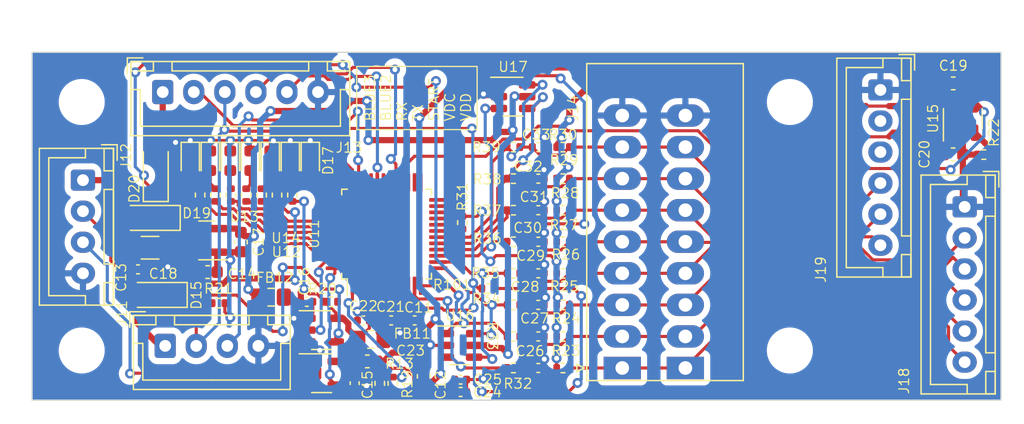
<source format=kicad_pcb>
(kicad_pcb (version 20221018) (generator pcbnew)
  (layers (0 "F.Cu" signal) (31 "B.Cu" signal) (34 "B.Paste" user) (35 "F.Paste" user) (36 "B.SilkS" user "B.Silkscreen") (37 "F.SilkS" user "F.Silkscreen") (38 "B.Mask" user) (39 "F.Mask" user) (44 "Edge.Cuts" user))
  (net 0 "")
  (net 1 "NRST")
  (net 2 "GND")
  (net 3 "VDD")
  (net 4 "+5V")
  (net 5 "+3.3VADC")
  (net 6 "VDC")
  (net 7 "+3V3")
  (net 8 "SPWR")
  (net 9 "Net-(D11-A)")
  (net 10 "Net-(D12-A)")
  (net 11 "Net-(D13-A)")
  (net 12 "Net-(J14-Pin_1)")
  (net 13 "Net-(J14-Pin_2)")
  (net 14 "Net-(J14-Pin_3)")
  (net 15 "Net-(J14-Pin_4)")
  (net 16 "Net-(D14-A)")
  (net 17 "Net-(D15-A)")
  (net 18 "Net-(D16-A)")
  (net 19 "Net-(D17-A)")
  (net 20 "Net-(D18-A)")
  (net 21 "Net-(D20-A)")
  (net 22 "Net-(J12-Pin_2)")
  (net 23 "Net-(J12-Pin_3)")
  (net 24 "Net-(J14-Pin_5)")
  (net 25 "Net-(J14-Pin_6)")
  (net 26 "Net-(J14-Pin_7)")
  (net 27 "Net-(J14-Pin_8)")
  (net 28 "SWCLK_BT0")
  (net 29 "SWDIO")
  (net 30 "U1TX")
  (net 31 "U1RX")
  (net 32 "Net-(U15-ISET)")
  (net 37 "BLUE3")
  (net 38 "BLUE2")
  (net 39 "START")
  (net 40 "U3RX")
  (net 41 "BLUE1")
  (net 42 "GREEN")
  (net 43 "RED")
  (net 44 "ANREFIN")
  (net 45 "S0")
  (net 46 "S1")
  (net 47 "S2")
  (net 48 "S3")
  (net 49 "S4")
  (net 50 "S5")
  (net 51 "S6")
  (net 52 "S7")
  (net 63 "ENSPWR")
  (net 73 "U3TX")
  (footprint "LED_SMD:LED_0603_1608Metric" (layer "F.Cu") (at 122.39 108.72 -90)
    (fp_text reference "D17")
    (fp_text value "WHITE")
  )
  (footprint "Capacitor_SMD:C_1206_3216Metric" (layer "F.Cu") (at 109.49 115.72)
    (fp_text reference "C13")
    (fp_text value "22uF")
  )
  (footprint "Capacitor_SMD:C_0402_1005Metric" (layer "F.Cu") (at 140.74 125.4)
    (fp_text reference "C26")
    (fp_text value "10nF")
  )
  (footprint "Capacitor_SMD:C_0402_1005Metric" (layer "F.Cu") (at 140.74 110.16)
    (fp_text reference "C32")
    (fp_text value "10nF")
  )
  (footprint "Package_TO_SOT_SMD:SOT-23-5" (layer "F.Cu") (at 174.91 105.3225 90)
    (fp_text reference "U15")
    (fp_text value "MT9700")
  )
  (footprint "Package_TO_SOT_SMD:SOT-23-6" (layer "F.Cu") (at 134.44 123.58)
    (fp_text reference "U16")
    (fp_text value "SRV05-4")
  )
  (footprint "TJP_FOOTPRINTS:Dyer_ADC_78x28" (layer "F.Cu") (at 99.99 99.99)
    (fp_text reference "PCB11" hide)
    (fp_text value "~")
    (fp_rect (start 0 0) (end 78 28) (stroke (width 0.1)) (fill none) (layer "Edge.Cuts"))
  )
  (footprint "Resistor_SMD:R_0402_1005Metric" (layer "F.Cu") (at 142.73 120.32)
    (fp_text reference "R25")
    (fp_text value "2k2")
  )
  (footprint "Resistor_SMD:R_0402_1005Metric" (layer "F.Cu") (at 138.74 107.62 180)
    (fp_text reference "R39")
    (fp_text value "1k0")
  )
  (footprint "Resistor_SMD:R_0402_1005Metric" (layer "F.Cu") (at 118.47378 111.48 90)
    (fp_text reference "R16" hide)
    (fp_text value "4k7")
  )
  (footprint "Capacitor_SMD:C_0603_1608Metric" (layer "F.Cu") (at 174.14 102.4925)
    (fp_text reference "C19")
    (fp_text value "10u10V")
  )
  (footprint "Capacitor_SMD:C_0402_1005Metric" (layer "F.Cu") (at 130.79 121.57 180)
    (fp_text reference "C11")
    (fp_text value "100nF")
  )
  (footprint "Connector_JST:JST_XH_B6B-XH-A_1x06_P2.50mm_Vertical" (layer "F.Cu") (at 168.28 103.02 -90)
    (fp_text reference "J19")
    (fp_text value "B6B")
  )
  (footprint "Diode_SMD:D_SOD-123" (layer "F.Cu") (at 109.95 109.64 90)
    (fp_text reference "D20")
    (fp_text value "B5819W")
  )
  (footprint "LED_SMD:LED_0603_1608Metric" (layer "F.Cu") (at 115.95 108.72 -90)
    (fp_text reference "D13" hide)
    (fp_text value "BLUE")
  )
  (footprint "Resistor_SMD:R_0402_1005Metric" (layer "F.Cu") (at 124.07 120.07)
    (fp_text reference "R20")
    (fp_text value "4k7")
  )
  (footprint "Resistor_SMD:R_0402_1005Metric" (layer "F.Cu") (at 142.73 112.7)
    (fp_text reference "R28")
    (fp_text value "2k2")
  )
  (footprint "Package_TO_SOT_SMD:SOT-23-6" (layer "F.Cu") (at 138.71 103.56)
    (fp_text reference "U17")
    (fp_text value "SRV05-4")
  )
  (footprint "Resistor_SMD:R_0402_1005Metric" (layer "F.Cu") (at 142.73 122.86)
    (fp_text reference "R24")
    (fp_text value "2k2")
  )
  (footprint "Resistor_SMD:R_0402_1005Metric" (layer "F.Cu") (at 142.73 125.4)
    (fp_text reference "R23")
    (fp_text value "2k2")
  )
  (footprint "Capacitor_SMD:C_0402_1005Metric" (layer "F.Cu") (at 126.66 121.58 180)
    (fp_text reference "C22")
    (fp_text value "100nF")
  )
  (footprint "LED_SMD:LED_0603_1608Metric" (layer "F.Cu") (at 117.56 108.72 -90)
    (fp_text reference "D14" hide)
    (fp_text value "GREEN")
  )
  (footprint "Resistor_SMD:R_0402_1005Metric" (layer "F.Cu") (at 115 120.18)
    (fp_text reference "R21")
    (fp_text value "4k7")
  )
  (footprint "Capacitor_SMD:C_0402_1005Metric" (layer "F.Cu") (at 134.49 127.33)
    (fp_text reference "C24")
    (fp_text value "100nF")
  )
  (footprint "Package_TO_SOT_SMD:SOT-23-5" (layer "F.Cu") (at 123.3 125.82)
    (fp_text reference "U12")
    (fp_text value "74LVC1G07")
  )
  (footprint "Diode_SMD:D_SOD-123" (layer "F.Cu") (at 110.12 119.52 180)
    (fp_text reference "D15")
    (fp_text value "B5819W")
  )
  (footprint "Capacitor_SMD:C_0402_1005Metric" (layer "F.Cu") (at 108.52 117.46)
    (fp_text reference "C18")
    (fp_text value "100nF")
  )
  (footprint "Capacitor_SMD:C_0402_1005Metric" (layer "F.Cu") (at 140.74 122.86)
    (fp_text reference "C27")
    (fp_text value "10nF")
  )
  (footprint "Connector_JST:JST_XH_B6B-XH-A_1x06_P2.50mm_Vertical" (layer "F.Cu") (at 175.06 112.43 -90)
    (fp_text reference "J18")
    (fp_text value "B6B")
  )
  (footprint "Resistor_SMD:R_0402_1005Metric" (layer "F.Cu") (at 138.74 122.86 180)
    (fp_text reference "R33")
    (fp_text value "1k0")
  )
  (footprint "Capacitor_SMD:C_0603_1608Metric" (layer "F.Cu") (at 116.8 115.265 -90)
    (fp_text reference "C17")
    (fp_text value "1uF")
  )
  (footprint "Resistor_SMD:R_0402_1005Metric" (layer "F.Cu") (at 134.63 113.7 -90)
    (fp_text reference "R31")
    (fp_text value "4k7")
  )
  (footprint "Connector_JST:JST_XH_B6B-XH-A_1x06_P2.50mm_Vertical" (layer "F.Cu") (at 110.51 103.19)
    (fp_text reference "J13")
    (fp_text value "BOOTLDR")
  )
  (footprint "LED_SMD:LED_0603_1608Metric" (layer "F.Cu") (at 114.34 108.72 -90)
    (fp_text reference "D12" hide)
    (fp_text value "BLUE")
  )
  (footprint "Capacitor_SMD:C_0402_1005Metric" (layer "F.Cu") (at 140.74 107.62)
    (fp_text reference "C33")
    (fp_text value "10nF")
  )
  (footprint "Resistor_SMD:R_0402_1005Metric" (layer "F.Cu") (at 129.03 126.64 -90)
    (fp_text reference "R13")
    (fp_text value "2k2")
  )
  (footprint "Capacitor_SMD:C_0402_1005Metric" (layer "F.Cu") (at 140.74 115.24)
    (fp_text reference "C30")
    (fp_text value "10nF")
  )
  (footprint "Capacitor_SMD:C_0402_1005Metric" (layer "F.Cu") (at 125.96 126.62 -90)
    (fp_text reference "C15")
    (fp_text value "100nF")
  )
  (footprint "Resistor_SMD:R_0402_1005Metric" (layer "F.Cu") (at 113.521356 111.48 90)
    (fp_text reference "R11" hide)
    (fp_text value "4k7")
  )
  (footprint "Resistor_SMD:R_0402_1005Metric" (layer "F.Cu") (at 138.74 117.78 180)
    (fp_text reference "R35")
    (fp_text value "1k0")
  )
  (footprint "Capacitor_SMD:C_0603_1608Metric" (layer "F.Cu") (at 126.98 124.87)
    (fp_text reference "C23")
    (fp_text value "1uF")
  )
  (footprint "Resistor_SMD:R_0402_1005Metric" (layer "F.Cu") (at 114.759462 111.48 90)
    (fp_text reference "R12" hide)
    (fp_text value "4k7")
  )
  (footprint "Resistor_SMD:R_0402_1005Metric" (layer "F.Cu") (at 138.74 110.16 180)
    (fp_text reference "R38")
    (fp_text value "1k0")
  )
  (footprint "Capacitor_SMD:C_0402_1005Metric" (layer "F.Cu") (at 140.74 120.32)
    (fp_text reference "C28")
    (fp_text value "10nF")
  )
  (footprint "Capacitor_SMD:C_0402_1005Metric" (layer "F.Cu") (at 134.49 126.33)
    (fp_text reference "C25")
    (fp_text value "100nF")
  )
  (footprint "Resistor_SMD:R_0402_1005Metric" (layer "F.Cu") (at 120.949998 111.48 90)
    (fp_text reference "R17" hide)
    (fp_text value "4k7")
  )
  (footprint "Package_QFP:LQFP-48_7x7mm_P0.5mm" (layer "F.Cu") (at 128.53 114.62 90)
    (fp_text reference "U11")
    (fp_text value "STM32G070CBTx")
  )
  (footprint "LED_SMD:LED_0603_1608Metric" (layer "F.Cu") (at 119.17 108.72 -90)
    (fp_text reference "D16" hide)
    (fp_text value "RED")
  )
  (footprint "Connector_JST:JST_XH_B4B-XH-A_1x04_P2.50mm_Vertical" (layer "F.Cu") (at 104.09 110.28 -90)
    (fp_text reference "J12")
    (fp_text value "NODE")
  )
  (footprint "Resistor_SMD:R_0402_1005Metric" (layer "F.Cu") (at 176.6 108.2225 180)
    (fp_text reference "R22")
    (fp_text value "6k8")
  )
  (footprint "Capacitor_SMD:C_0603_1608Metric" (layer "F.Cu") (at 131.52 126.07 90)
    (fp_text reference "C12")
    (fp_text value "1uF")
  )
  (footprint "Capacitor_SMD:C_0402_1005Metric" (layer "F.Cu") (at 128.9 121.57)
    (fp_text reference "C21")
    (fp_text value "100nF")
  )
  (footprint "Package_TO_SOT_SMD:SOT-23-5" (layer "F.Cu") (at 123.3 122.35)
    (fp_text reference "U14")
    (fp_text value "74LVC1G07")
  )
  (footprint "Capacitor_SMD:C_0603_1608Metric" (layer "F.Cu") (at 174.13 108.2025)
    (fp_text reference "C20")
    (fp_text value "10u10V")
  )
  (footprint "Capacitor_SMD:C_0402_1005Metric" (layer "F.Cu") (at 122.11 120.07)
    (fp_text reference "C16")
    (fp_text value "100nF")
  )
  (footprint "LED_SMD:LED_0603_1608Metric" (layer "F.Cu") (at 120.78 108.72 -90)
    (fp_text reference "D18" hide)
    (fp_text value "YELLOW")
  )
  (footprint "Capacitor_SMD:C_0402_1005Metric" (layer "F.Cu") (at 140.74 117.78)
    (fp_text reference "C29")
    (fp_text value "10nF")
  )
  (footprint "Resistor_SMD:R_0402_1005Metric" (layer "F.Cu") (at 136.709999 119 180)
    (fp_text reference "R101")
    (fp_text value "4k7")
  )
  (footprint "Resistor_SMD:R_0402_1005Metric" (layer "F.Cu") (at 119.711886 111.48 90)
    (fp_text reference "R18" hide)
    (fp_text value "4k7")
  )
  (footprint "Resistor_SMD:R_0402_1005Metric" (layer "F.Cu") (at 138.74 125.4 180)
    (fp_text reference "R32")
    (fp_text value "1k0")
  )
  (footprint "Resistor_SMD:R_0402_1005Metric" (layer "F.Cu") (at 115.997568 111.48 90)
    (fp_text reference "R14" hide)
    (fp_text value "4k7")
  )
  (footprint "Resistor_SMD:R_0402_1005Metric" (layer "F.Cu") (at 142.73 115.24)
    (fp_text reference "R27")
    (fp_text value "2k2")
  )
  (footprint "Resistor_SMD:R_0402_1005Metric" (layer "F.Cu") (at 142.73 107.62)
    (fp_text reference "R30")
    (fp_text value "2k2")
  )
  (footprint "Resistor_SMD:R_0402_1005Metric" (layer "F.Cu") (at 142.73 117.78)
    (fp_text reference "R26")
    (fp_text value "2k2")
  )
  (footprint "Resistor_SMD:R_0402_1005Metric" (layer "F.Cu") (at 138.74 112.7 180)
    (fp_text reference "R37")
    (fp_text value "1k0")
  )
  (footprint "Capacitor_SMD:C_0603_1608Metric" (layer "F.Cu") (at 114.12 117.68)
    (fp_text reference "C14")
    (fp_text value "1uF")
  )
  (footprint "Inductor_SMD:L_0805_2012Metric_Pad1.15x1.40mm_HandSolder" (layer "F.Cu") (at 127.27 123.1 180)
    (fp_text reference "FB11")
    (fp_text value "CBM201209U601T")
  )
  (footprint "Resistor_SMD:R_0402_1005Metric" (layer "F.Cu") (at 127.98 126.64 -90)
    (fp_text reference "R19")
    (fp_text value "4k7")
  )
  (footprint "Resistor_SMD:R_0402_1005Metric" (layer "F.Cu") (at 142.73 110.16)
    (fp_text reference "R29")
    (fp_text value "2k2")
  )
  (footprint "Resistor_SMD:R_0402_1005Metric" (layer "F.Cu") (at 138.74 115.24 180)
    (fp_text reference "R36")
    (fp_text value "1k0")
  )
  (footprint "Resistor_SMD:R_0402_1005Metric" (layer "F.Cu") (at 138.74 120.32 180)
    (fp_text reference "R34")
    (fp_text value "1k0")
  )
  (footprint "Capacitor_SMD:C_0402_1005Metric" (layer "F.Cu") (at 140.74 112.7)
    (fp_text reference "C31")
    (fp_text value "10nF")
  )
  (footprint "Inductor_SMD:L_0805_2012Metric_Pad1.15x1.40mm_HandSolder" (layer "F.Cu") (at 119.24 119.7 180)
    (fp_text reference "FB12")
    (fp_text value "CBM201209U601T")
  )
  (footprint "Resistor_SMD:R_0402_1005Metric" (layer "F.Cu") (at 117.235674 111.48 90)
    (fp_text reference "R15" hide)
    (fp_text value "4k7")
  )
  (footprint "Diode_SMD:D_SOD-123" (layer "F.Cu") (at 109.5575 113.32 180)
    (fp_text reference "D19")
    (fp_text value "B5819W")
  )
  (footprint "LED_SMD:LED_0603_1608Metric" (layer "F.Cu") (at 112.73 108.72 -90)
    (fp_text reference "D11" hide)
    (fp_text value "BLUE")
  )
  (footprint "Connector_JST:JST_XH_B4B-XH-A_1x04_P2.50mm_Vertical" (layer "F.Cu") (at 110.71 123.62)
    (fp_text reference "J11")
    (fp_text value "SWD")
  )
  (footprint "tjp_footprints:DB141V-2.54-09P-C" (layer "F.Cu") (at 147.5 125.4 90)
    (fp_text reference "J14")
    (fp_text value "Clamp_Terminal_01x09")
  )
  (footprint "Package_TO_SOT_SMD:SOT-23" (layer "F.Cu") (at 114.0625 115.13 180)
    (fp_text reference "U13")
    (fp_text value "HXY6206I-3V3")
  )
  (gr_text_box "BLUE3\nBLUE2\nRX\nTX\nSTART\nVDC\nVDD\n" (start 126.125 106.21) (end 135.815 101.13) (angle 90) (layer "F.SilkS") (effects (font (size 0.8 0.8) (thickness 0.1)) (justify left top)) (stroke (width 0.1)))
  (segment (start 133.146584 120.745968) (end 135.327325 120.745968) (width 0.25) (layer "F.Cu") (net 1))
  (segment (start 130.28 120.14) (end 130.28 118.7825) (width 0.25) (layer "F.Cu") (net 1))
  (segment (start 135.925305 119) (end 135.497378 118.572073) (width 0.25) (layer "F.Cu") (net 1))
  (segment (start 123.081701 106.12) (end 122.851701 105.89) (width 0.25) (layer "F.Cu") (net 1))
  (segment (start 122.851701 105.89) (end 116.187777 105.89) (width 0.25) (layer "F.Cu") (net 1))
  (segment (start 135.327325 120.745968) (end 135.536044 120.537249) (width 0.25) (layer "F.Cu") (net 1))
  (segment (start 131.3 120.58) (end 132.980616 120.58) (width 0.25) (layer "F.Cu") (net 1))
  (segment (start 113.487777 103.19) (end 113.01 103.19) (width 0.25) (layer "F.Cu") (net 1))
  (segment (start 130.72 120.58) (end 130.28 120.14) (width 0.25) (layer "F.Cu") (net 1))
  (segment (start 116.187777 105.89) (end 113.487777 103.19) (width 0.25) (layer "F.Cu") (net 1))
  (segment (start 131.3 121.54) (end 131.27 121.57) (width 0.25) (layer "F.Cu") (net 1))
  (segment (start 131.3 120.58) (end 131.3 121.54) (width 0.25) (layer "F.Cu") (net 1))
  (segment (start 132.980616 120.58) (end 133.146584 120.745968) (width 0.25) (layer "F.Cu") (net 1))
  (segment (start 131.3 120.58) (end 130.72 120.58) (width 0.25) (layer "F.Cu") (net 1))
  (segment (start 135.4 106.12) (end 123.081701 106.12) (width 0.25) (layer "F.Cu") (net 1))
  (segment (start 136.199999 119) (end 135.925305 119) (width 0.25) (layer "F.Cu") (net 1))
  (via (at 135.497378 118.572073) (size 0.8) (drill 0.4) (layers "F.Cu" "B.Cu") (net 1))
  (via (at 135.536044 120.537249) (size 0.8) (drill 0.4) (layers "F.Cu" "B.Cu") (net 1))
  (via (at 135.4 106.12) (size 0.8) (drill 0.4) (layers "F.Cu" "B.Cu") (net 1))
  (segment (start 135.4 106.12) (end 135.475 106.195) (width 0.25) (layer "B.Cu") (net 1))
  (segment (start 135.475 118.549695) (end 135.497378 118.572073) (width 0.25) (layer "B.Cu") (net 1))
  (segment (start 135.55 120.523293) (end 135.55 118.624695) (width 0.25) (layer "B.Cu") (net 1))
  (segment (start 135.475 106.195) (end 135.475 118.549695) (width 0.25) (layer "B.Cu") (net 1))
  (segment (start 135.55 118.624695) (end 135.497378 118.572073) (width 0.25) (layer "B.Cu") (net 1))
  (segment (start 135.536044 120.537249) (end 135.55 120.523293) (width 0.25) (layer "B.Cu") (net 1))
  (segment (start 121.07 121.4) (end 122.1625 121.4) (width 0.25) (layer "F.Cu") (net 2))
  (segment (start 112.73 107.9325) (end 112.73 107.09) (width 0.25) (layer "F.Cu") (net 2))
  (segment (start 141.22 122.86) (end 141.22 122.15) (width 0.25) (layer "F.Cu") (net 2))
  (segment (start 174.925 108.2225) (end 174.905 108.2025) (width 0.5) (layer "F.Cu") (net 2))
  (segment (start 126.18 121.58) (end 126.18 120.87) (width 0.25) (layer "F.Cu") (net 2))
  (segment (start 122.59 120.9725) (end 122.1625 121.4) (width 0.25) (layer "F.Cu") (net 2))
  (segment (start 174.915 112.285) (end 175.06 112.43) (width 0.5) (layer "F.Cu") (net 2))
  (segment (start 123.14 123.99) (end 123.15 123.98) (width 0.25) (layer "F.Cu") (net 2))
  (segment (start 123.15 125.47) (end 123.15 126.166751) (width 0.25) (layer "F.Cu") (net 2))
  (segment (start 131.52 124.06) (end 132.04 123.54) (width 0.5) (layer "F.Cu") (net 2))
  (segment (start 122.1625 123.99) (end 123.14 123.99) (width 0.25) (layer "F.Cu") (net 2))
  (segment (start 128.999949 124.16) (end 131.42 124.16) (width 0.5) (layer "F.Cu") (net 2))
  (segment (start 174.915 102.4925) (end 174.915 112.285) (width 0.5) (layer "F.Cu") (net 2))
  (segment (start 114.34 107.9325) (end 114.34 107.09) (width 0.25) (layer "F.Cu") (net 2))
  (segment (start 137.5725 103.56) (end 136.55 103.56) (width 0.25) (layer "F.Cu") (net 2))
  (segment (start 122.1625 124.87) (end 122.55 124.87) (width 0.25) (layer "F.Cu") (net 2))
  (segment (start 122.39 107.9325) (end 122.39 107.09) (width 0.25) (layer "F.Cu") (net 2))
  (segment (start 141.22 119.797817) (end 141.292817 119.725) (width 0.25) (layer "F.Cu") (net 2))
  (segment (start 126.18 120.87) (end 126.19 120.86) (width 0.25) (layer "F.Cu") (net 2))
  (segment (start 110.965 117.215) (end 110.92 117.26) (width 0.25) (layer "F.Cu") (net 2))
  (segment (start 119.17 107.36) (end 119.42 107.11) (width 0.25) (layer "F.Cu") (net 2))
  (segment (start 141.22 117.78) (end 141.22 117.08) (width 0.25) (layer "F.Cu") (net 2))
  (segment (start 112.73 107.09) (end 122.39 107.09) (width 0.25) (layer "F.Cu") (net 2))
  (segment (start 110.965 115.72) (end 110.965 117.215) (width 0.25) (layer "F.Cu") (net 2))
  (segment (start 176.09 108.2225) (end 174.925 108.2225) (width 0.5) (layer "F.Cu") (net 2))
  (segment (start 115.9505 116.0995) (end 115.97 116.08) (width 0.5) (layer "F.Cu") (net 2))
  (segment (start 133.3025 123.58) (end 132.08 123.58) (width 0.25) (layer "F.Cu") (net 2))
  (segment (start 128.78 118.7825) (end 128.78 120.962391) (width 0.25) (layer "F.Cu") (net 2))
  (segment (start 115.51 120.18) (end 115.51 120.8995) (width 0.25) (layer "F.Cu") (net 2))
  (segment (start 131.42 124.16) (end 132.04 123.54) (width 0.5) (layer "F.Cu") (net 2))
  (segment (start 128.289949 124.87) (end 128.999949 124.16) (width 0.5) (layer "F.Cu") (net 2))
  (segment (start 122.1625 123.99) (end 122.1625 123.3) (width 0.25) (layer "F.Cu") (net 2))
  (segment (start 129.38 121.57) (end 129.38 122.34) (width 0.25) (layer "F.Cu") (net 2))
  (segment (start 110.72 117.46) (end 110.92 117.26) (width 0.5) (layer "F.Cu") (net 2))
  (segment (start 134.97 127.33) (end 134.97 126.33) (width 0.25) (layer "F.Cu") (net 2))
  (segment (start 141.22 115.24) (end 141.22 114.53) (width 0.25) (layer "F.Cu") (net 2))
  (segment (start 122.59 120.07) (end 122.59 120.9725) (width 0.25) (layer "F.Cu") (net 2))
  (segment (start 129.38 121.562391) (end 129.38 121.57) (width 0.25) (layer "F.Cu") (net 2))
  (segment (start 119.17 107.9325) (end 119.17 107.36) (width 0.25) (layer "F.Cu") (net 2))
  (segment (start 127.755 124.87) (end 128.289949 124.87) (width 0.5) (layer "F.Cu") (net 2))
  (segment (start 122.546751 126.77) (end 122.1625 126.77) (width 0.25) (layer "F.Cu") (net 2))
  (segment (start 128.78 120.962391) (end 129.38 121.562391) (width 0.25) (layer "F.Cu") (net 2))
  (segment (start 114.895 117.68) (end 114.895 116.185) (width 0.5) (layer "F.Cu") (net 2))
  (segment (start 141.22 125.4) (end 141.22 124.69) (width 0.25) (layer "F.Cu") (net 2))
  (segment (start 115.51 120.8995) (end 115.9505 121.34) (width 0.25) (layer "F.Cu") (net 2))
  (segment (start 130.31 121.57) (end 129.38 121.57) (width 0.25) (layer "F.Cu") (net 2))
  (segment (start 117.56 107.9325) (end 117.56 107.2405) (width 0.25) (layer "F.Cu") (net 2))
  (segment (start 117.56 107.2405) (end 117.3995 107.08) (width 0.25) (layer "F.Cu") (net 2))
  (segment (start 126.93 126.81) (end 126.94 126.82) (width 0.25) (layer "F.Cu") (net 2))
  (segment (start 111.48 107.3) (end 111.54 107.24) (width 0.25) (layer "F.Cu") (net 2))
  (segment (start 123.15 126.166751) (end 122.546751 126.77) (width 0.25) (layer "F.Cu") (net 2))
  (segment (start 129.38 122.34) (end 129.61 122.57) (width 0.25) (layer "F.Cu") (net 2))
  (segment (start 125.97 126.81) (end 126.93 126.81) (width 0.25) (layer "F.Cu") (net 2))
  (segment (start 136.55 103.56) (end 136.33 103.34) (width 0.25) (layer "F.Cu") (net 2))
  (segment (start 115.95 107.9325) (end 115.95 107.09) (width 0.25) (layer "F.Cu") (net 2))
  (segment (start 122.1625 124.87) (end 122.1625 123.99) (width 0.25) (layer "F.Cu") (net 2))
  (segment (start 115.9505 116.71) (end 115.9505 116.0995) (width 0.5) (layer "F.Cu") (net 2))
  (segment (start 114.895 116.185) (end 115 116.08) (width 0.5) (layer "F.Cu") (net 2))
  (segment (start 115.97 116.08) (end 116.76 116.08) (width 0.5) (layer "F.Cu") (net 2))
  (segment (start 141.221909 106.821196) (end 141.22 106.823105) (width 0.25) (layer "F.Cu") (net 2))
  (segment (start 115 116.08) (end 115.97 116.08) (width 0.5) (layer "F.Cu") (net 2))
  (segment (start 131.52 125.295) (end 131.52 124.06) (width 0.5) (layer "F.Cu") (net 2))
  (segment (start 141.22 106.823105) (end 141.22 107.62) (width 0.25) (layer "F.Cu") (net 2))
  (segment (start 134.97 126.33) (end 136.259574 126.33) (width 0.25) (layer "F.Cu") (net 2))
  (segment (start 141.22 110.16) (end 141.22 109.46) (width 0.25) (layer "F.Cu") (net 2))
  (segment (start 136.259574 126.33) (end 136.325 126.264574) (width 0.25) (layer "F.Cu") (net 2))
  (segment (start 122.55 124.87) (end 123.15 125.47) (width 0.25) (layer "F.Cu") (net 2))
  (segment (start 141.22 114.53) (end 141.21 114.52) (width 0.25) (layer "F.Cu") (net 2))
  (segment (start 141.22 120.32) (end 141.22 119.797817) (width 0.25) (layer "F.Cu") (net 2))
  (segment (start 141.22 109.46) (end 141.2 109.44) (width 0.25) (layer "F.Cu") (net 2))
  (segment (start 141.22 112.7) (end 141.22 112) (width 0.25) (layer "F.Cu") (net 2))
  (segment (start 132.08 123.58) (end 132.04 123.54) (width 0.25) (layer "F.Cu") (net 2))
  (segment (start 120.78 107.9325) (end 120.78 107.09) (width 0.25) (layer "F.Cu") (net 2))
  (segment (start 116.76 116.08) (end 116.8 116.04) (width 0.5) (layer "F.Cu") (net 2))
  (segment (start 109 117.46) (end 110.72 117.46) (width 0.5) (layer "F.Cu") (net 2))
  (via (at 115.95 107.09) (size 0.8) (drill 0.4) (layers "F.Cu" "B.Cu") (net 2))
  (via (at 141.22 124.69) (size 0.8) (drill 0.4) (layers "F.Cu" "B.Cu") (net 2))
  (via (at 117.3995 107.08) (size 0.8) (drill 0.4) (layers "F.Cu" "B.Cu") (net 2))
  (via (at 141.2 109.44) (size 0.8) (drill 0.4) (layers "F.Cu" "B.Cu") (net 2))
  (via (at 141.22 112) (size 0.8) (drill 0.4) (layers "F.Cu" "B.Cu") (net 2))
  (via (at 126.19 120.86) (size 0.8) (drill 0.4) (layers "F.Cu" "B.Cu") (net 2))
  (via (at 141.22 117.08) (size 0.8) (drill 0.4) (layers "F.Cu" "B.Cu") (net 2))
  (via (at 110.92 117.26) (size 0.8) (drill 0.4) (layers "F.Cu" "B.Cu") (net 2))
  (via (at 141.21 114.52) (size 0.8) (drill 0.4) (layers "F.Cu" "B.Cu") (net 2))
  (via (at 136.325 126.264574) (size 0.8) (drill 0.4) (layers "F.Cu" "B.Cu") (net 2))
  (via (at 126.94 126.82) (size 0.8) (drill 0.4) (layers "F.Cu" "B.Cu") (net 2))
  (via (at 114.34 107.09) (size 0.8) (drill 0.4) (layers "F.Cu" "B.Cu") (net 2))
  (via (at 141.292817 119.725) (size 0.8) (drill 0.4) (layers "F.Cu" "B.Cu") (net 2))
  (via (at 123.15 123.98) (size 0.8) (drill 0.4) (layers "F.Cu" "B.Cu") (net 2))
  (via (at 141.221909 106.821196) (size 0.8) (drill 0.4) (layers "F.Cu" "B.Cu") (net 2))
  (via (at 112.73 107.09) (size 0.8) (drill 0.4) (layers "F.Cu" "B.Cu") (net 2))
  (via (at 115.9505 116.71) (size 0.8) (drill 0.4) (layers "F.Cu" "B.Cu") (net 2))
  (via (at 132.04 123.54) (size 0.8) (drill 0.4) (layers "F.Cu" "B.Cu") (net 2))
  (via (at 122.39 107.09) (size 0.8) (drill 0.4) (layers "F.Cu" "B.Cu") (net 2))
  (via (at 119.42 107.11) (size 0.8) (drill 0.4) (layers "F.Cu" "B.Cu") (net 2))
  (via (at 120.78 107.09) (size 0.8) (drill 0.4) (layers "F.Cu" "B.Cu") (net 2))
  (via (at 129.61 122.57) (size 0.8) (drill 0.4) (layers "F.Cu" "B.Cu") (net 2))
  (via (at 121.07 121.4) (size 0.8) (drill 0.4) (layers "F.Cu" "B.Cu") (net 2))
  (via (at 136.33 103.34) (size 0.8) (drill 0.4) (layers "F.Cu" "B.Cu") (net 2))
  (via (at 115.9505 121.34) (size 0.8) (drill 0.4) (layers "F.Cu" "B.Cu") (net 2))
  (via (at 141.22 122.15) (size 0.8) (drill 0.4) (layers "F.Cu" "B.Cu") (net 2))
  (via (at 111.54 107.24) (size 0.8) (drill 0.4) (layers "F.Cu" "B.Cu") (net 2))
  (segment (start 131.042183 127.62) (end 133.72 127.62) (width 0.25) (layer "F.Cu") (net 3))
  (segment (start 127.98 126.13) (end 128.685 125.425) (width 0.25) (layer "F.Cu") (net 3))
  (segment (start 130.055 125.425) (end 130.72 126.09) (width 0.25) (layer "F.Cu") (net 3))
  (segment (start 128.020685 117.72) (end 128.28 117.979315) (width 0.25) (layer "F.Cu") (net 3))
  (segment (start 121.884282 119.024019) (end 122.295263 119.435) (width 0.25) (layer "F.Cu") (net 3))
  (segment (start 125.03 121.4) (end 125.45 121.82) (width 0.5) (layer "F.Cu") (net 3))
  (segment (start 127.28 117.979315) (end 127.539314 117.72) (width 0.25) (layer "F.Cu") (net 3))
  (segment (start 126.205 124.87) (end 126.205 125.895) (width 0.5) (layer "F.Cu") (net 3))
  (segment (start 123.56 120.07) (end 124.4375 120.9475) (width 0.25) (layer "F.Cu") (net 3))
  (segment (start 128.685 125.425) (end 130.055 125.425) (width 0.25) (layer "F.Cu") (net 3))
  (segment (start 122.925 119.435) (end 123.56 120.07) (width 0.25) (layer "F.Cu") (net 3))
  (segment (start 128.28 117.979315) (end 128.28 118.7825) (width 0.25) (layer "F.Cu") (net 3))
  (segment (start 127.98 126.13) (end 127.82 125.97) (width 0.5) (layer "F.Cu") (net 3))
  (segment (start 124.4375 120.9475) (end 124.4375 121.4) (width 0.25) (layer "F.Cu") (net 3))
  (segment (start 126.245 123.1) (end 126.245 124.83) (width 0.5) (layer "F.Cu") (net 3))
  (segment (start 120.949998 111.99) (end 121.88 111.99) (width 0.25) (layer "F.Cu") (net 3))
  (segment (start 126.13 125.97) (end 125.96 126.14) (width 0.5) (layer "F.Cu") (net 3))
  (segment (start 120.615 120.05) (end 120.265 119.7) (width 0.5) (layer "F.Cu") (net 3))
  (segment (start 128.28 121.43) (end 128.42 121.57) (width 0.25) (layer "F.Cu") (net 3))
  (segment (start 124.4375 121.4) (end 125.03 121.4) (width 0.5) (layer "F.Cu") (net 3))
  (segment (start 127.28 121.44) (end 127.14 121.58) (width 0.25) (layer "F.Cu") (net 3))
  (segment (start 121.61 120.05) (end 120.615 120.05) (width 0.5) (layer "F.Cu") (net 3))
  (segment (start 134.01 127.33) (end 134.01 126.33) (width 0.25) (layer "F.Cu") (net 3))
  (segment (start 133.72 127.62) (end 134.01 127.33) (width 0.25) (layer "F.Cu") (net 3))
  (segment (start 124.4375 124.87) (end 125.51 124.87) (width 0.5) (layer "F.Cu") (net 3))
  (segment (start 121.63 119.278301) (end 121.63 120.07) (width 0.5) (layer "F.Cu") (net 3))
  (segment (start 130.72 127.297817) (end 131.042183 127.62) (width 0.25) (layer "F.Cu") (net 3))
  (segment (start 130.72 126.09) (end 130.72 127.297817) (width 0.25) (layer "F.Cu") (net 3))
  (segment (start 125.51 124.87) (end 126.205 124.87) (width 0.5) (layer "F.Cu") (net 3))
  (segment (start 125.45 121.82) (end 125.45 122.305) (width 0.5) (layer "F.Cu") (net 3))
  (segment (start 127.82 125.97) (end 126.13 125.97) (width 0.5) (layer "F.Cu") (net 3))
  (segment (start 127.28 118.7825) (end 127.28 117.979315) (width 0.25) (layer "F.Cu") (net 3))
  (segment (start 127.14 122.205) (end 126.245 123.1) (width 0.25) (layer "F.Cu") (net 3))
  (segment (start 127.539314 117.72) (end 128.020685 117.72) (width 0.25) (layer "F.Cu") (net 3))
  (segment (start 121.884282 119.024019) (end 121.63 119.278301) (width 0.5) (layer "F.Cu") (net 3))
  (segment (start 121.63 120.07) (end 121.61 120.05) (width 0.5) (layer "F.Cu") (net 3))
  (segment (start 127.28 118.7825) (end 127.28 121.44) (width 0.25) (layer "F.Cu") (net 3))
  (segment (start 122.295263 119.435) (end 122.925 119.435) (width 0.25) (layer "F.Cu") (net 3))
  (segment (start 127.14 121.58) (end 127.14 122.205) (width 0.25) (layer "F.Cu") (net 3))
  (segment (start 125.45 122.305) (end 126.245 123.1) (width 0.5) (layer "F.Cu") (net 3))
  (segment (start 128.28 118.7825) (end 128.28 121.43) (width 0.25) (layer "F.Cu") (net 3))
  (segment (start 126.205 125.895) (end 125.96 126.14) (width 0.5) (layer "F.Cu") (net 3))
  (via (at 121.88 111.99) (size 0.8) (drill 0.4) (layers "F.Cu" "B.Cu") (net 3))
  (via (at 121.884282 119.024019) (size 0.8) (drill 0.4) (layers "F.Cu" "B.Cu") (net 3))
  (segment (start 121.884282 119.024019) (end 121.88 119.019737) (width 0.25) (layer "B.Cu") (net 3))
  (segment (start 121.88 119.019737) (end 121.88 111.99) (width 0.25) (layer "B.Cu") (net 3))
  (segment (start 105.72 110.28) (end 107.9075 112.4675) (width 0.5) (layer "F.Cu") (net 4))
  (segment (start 107.9075 113.32) (end 107.9075 115.6125) (width 0.5) (layer "F.Cu") (net 4))
  (segment (start 108.04 115.745) (end 108.015 115.72) (width 0.5) (layer "F.Cu") (net 4))
  (segment (start 107.9075 115.6125) (end 108.015 115.72) (width 0.5) (layer "F.Cu") (net 4))
  (segment (start 104.09 110.28) (end 105.72 110.28) (width 0.5) (layer "F.Cu") (net 4))
  (segment (start 108.04 117.46) (end 108.04 115.745) (width 0.5) (layer "F.Cu") (net 4))
  (segment (start 107.9075 112.4675) (end 107.9075 113.32) (width 0.5) (layer "F.Cu") (net 4))
  (segment (start 135.23 101.21) (end 131.16 105.28) (width 0.5) (layer "F.Cu") (net 5))
  (segment (start 132.46 121.524386) (end 132.46 121.44) (width 0.5) (layer "F.Cu") (net 5))
  (segment (start 155.85 103.94005) (end 153.11995 101.21) (width 0.5) (layer "F.Cu") (net 5))
  (segment (start 127.78 118.7825) (end 127.78 122.585) (width 0.25) (layer "F.Cu") (net 5))
  (segment (start 157.66 108.07) (end 155.85 106.26) (width 0.5) (layer "F.Cu") (net 5))
  (segment (start 127.78 122.585) (end 128.295 123.1) (width 0.25) (layer "F.Cu") (net 5))
  (segment (start 131.184386 122.8) (end 132.46 121.524386) (width 0.5) (layer "F.Cu") (net 5))
  (segment (start 167.1 104.31) (end 163.34 108.07) (width 0.5) (layer "F.Cu") (net 5))
  (segment (start 132.89 125.84) (end 131.885 126.845) (width 0.5) (layer "F.Cu") (net 5))
  (segment (start 173.96 104.185) (end 173.96 103.0875) (width 0.5) (layer "F.Cu") (net 5))
  (segment (start 131.885 126.845) (end 131.52 126.845) (width 0.5) (layer "F.Cu") (net 5))
  (segment (start 173.96 103.0875) (end 173.365 102.4925) (width 0.5) (layer "F.Cu") (net 5))
  (segment (start 130.39 123.42) (end 131.01 122.8) (width 0.5) (layer "F.Cu") (net 5))
  (segment (start 128.295 123.1) (end 128.615 123.42) (width 0.5) (layer "F.Cu") (net 5))
  (segment (start 155.85 106.26) (end 155.85 103.94005) (width 0.5) (layer "F.Cu") (net 5))
  (segment (start 131.01 122.8) (end 131.184386 122.8) (width 0.5) (layer "F.Cu") (net 5))
  (segment (start 128.615 123.42) (end 130.39 123.42) (width 0.5) (layer "F.Cu") (net 5))
  (segment (start 168.97 104.32) (end 167.11 104.32) (width 0.25) (layer "F.Cu") (net 5))
  (segment (start 163.34 108.07) (end 157.66 108.07) (width 0.5) (layer "F.Cu") (net 5))
  (segment (start 167.11 104.32) (end 167.1 104.31) (width 0.25) (layer "F.Cu") (net 5))
  (segment (start 173.825 104.32) (end 168.97 104.32) (width 0.5) (layer "F.Cu") (net 5))
  (segment (start 153.11995 101.21) (end 135.23 101.21) (width 0.5) (layer "F.Cu") (net 5))
  (segment (start 173.96 104.185) (end 173.825 104.32) (width 0.5) (layer "F.Cu") (net 5))
  (via (at 132.46 121.44) (size 0.8) (drill 0.4) (layers "F.Cu" "B.Cu") (net 5))
  (via (at 132.89 125.84) (size 0.8) (drill 0.4) (layers "F.Cu" "B.Cu") (net 5))
  (via (at 131.16 105.28) (size 0.8) (drill 0.4) (layers "F.Cu" "B.Cu") (net 5))
  (segment (start 132.46 121.44) (end 132.604139 121.295861) (width 0.5) (layer "B.Cu") (net 5))
  (segment (start 131.16 118.893198) (end 131.16 105.28) (width 0.5) (layer "B.Cu") (net 5))
  (segment (start 132.89 125.84) (end 132.89 121.87) (width 0.5) (layer "B.Cu") (net 5))
  (segment (start 132.604139 120.337337) (end 131.16 118.893198) (width 0.5) (layer "B.Cu") (net 5))
  (segment (start 132.604139 121.295861) (end 132.604139 120.337337) (width 0.5) (layer "B.Cu") (net 5))
  (segment (start 132.89 121.87) (end 132.46 121.44) (width 0.5) (layer "B.Cu") (net 5))
  (segment (start 115.8255 118.1945) (end 115.41 118.61) (width 0.5) (layer "F.Cu") (net 6))
  (segment (start 111.2075 113.32) (end 112.33 113.32) (width 0.5) (layer "F.Cu") (net 6))
  (segment (start 109.95 111.29) (end 109.95 112.0625) (width 0.5) (layer "F.Cu") (net 6))
  (segment (start 121.1555 112.8605) (end 120.582386 112.8605) (width 0.25) (layer "F.Cu") (net 6))
  (segment (start 143.6 119) (end 144.2 119.6) (width 0.25) (layer "F.Cu") (net 6))
  (segment (start 109.95 112.0625) (end 111.2075 113.32) (width 0.5) (layer "F.Cu") (net 6))
  (segment (start 132.5 102.3) (end 132 102.8) (width 0.25) (layer "F.Cu") (net 6))
  (segment (start 113.125 114.115) (end 113.125 115.13) (width 0.5) (layer "F.Cu") (net 6))
  (segment (start 125 101) (end 124.99 100.99) (width 0.25) (layer "F.Cu") (net 6))
  (segment (start 127 102.8) (end 126.1 102.8) (width 0.25) (layer "F.Cu") (net 6))
  (segment (start 143.9 126.6) (end 143.2 127.3) (width 0.25) (layer "F.Cu") (net 6))
  (segment (start 112.33 113.32) (end 113.125 114.115) (width 0.5) (layer "F.Cu") (net 6))
  (segment (start 132 102.8) (end 127 102.8) (width 0.25) (layer "F.Cu") (net 6))
  (segment (start 137.219999 119) (end 143.6 119) (width 0.25) (layer "F.Cu") (net 6))
  (segment (start 111.77 118.27) (end 112.36 117.68) (width 0.5) (layer "F.Cu") (net 6))
  (segment (start 113.135 115.14) (end 113.125 115.13) (width 0.5) (layer "F.Cu") (net 6))
  (segment (start 109 110.34) (end 109.95 111.29) (width 0.25) (layer "F.Cu") (net 6))
  (segment (start 111.77 119.52) (end 111.77 118.27) (width 0.5) (layer "F.Cu") (net 6))
  (segment (start 113.125 115.13) (end 113.125 117.46) (width 0.5) (layer "F.Cu") (net 6))
  (segment (start 121.01 118.1945) (end 115.8255 118.1945) (width 0.5) (layer "F.Cu") (net 6))
  (segment (start 143.2 127.3) (end 136.2 127.3) (width 0.25) (layer "F.Cu") (net 6))
  (segment (start 121.1555 118.34) (end 121.1355 118.32) (width 0.25) (layer "F.Cu") (net 6))
  (segment (start 121.1555 118.34) (end 121.01 118.1945) (width 0.5) (layer "F.Cu") (net 6))
  (segment (start 115.41 118.61) (end 114.275 118.61) (width 0.5) (layer "F.Cu") (net 6))
  (segment (start 124.99 100.99) (end 108.91 100.99) (width 0.25) (layer "F.Cu") (net 6))
  (segment (start 113.125 117.46) (end 113.345 117.68) (width 0.5) (layer "F.Cu") (net 6))
  (segment (start 120.582386 112.8605) (end 119.711886 111.99) (width 0.25) (layer "F.Cu") (net 6))
  (segment (start 109 109.9) (end 109 110.34) (width 0.25) (layer "F.Cu") (net 6))
  (segment (start 112.36 117.68) (end 113.345 117.68) (width 0.5) (layer "F.Cu") (net 6))
  (segment (start 108.91 100.99) (end 108.3 101.6) (width 0.25) (layer "F.Cu") (net 6))
  (segment (start 114.275 118.61) (end 113.345 117.68) (width 0.5) (layer "F.Cu") (net 6))
  (via (at 121.1555 118.34) (size 0.8) (drill 0.4) (layers "F.Cu" "B.Cu") (net 6))
  (via (at 132.5 102.3) (size 0.8) (drill 0.4) (layers "F.Cu" "B.Cu") (net 6))
  (via (at 144.2 119.6) (size 0.8) (drill 0.4) (layers "F.Cu" "B.Cu") (net 6))
  (via (at 108.3 101.6) (size 0.8) (drill 0.4) (layers "F.Cu" "B.Cu") (net 6))
  (via (at 136.2 127.3) (size 0.8) (drill 0.4) (layers "F.Cu" "B.Cu") (net 6))
  (via (at 121.1555 112.8605) (size 0.8) (drill 0.4) (layers "F.Cu" "B.Cu") (net 6))
  (via (at 125 101) (size 0.8) (drill 0.4) (layers "F.Cu" "B.Cu") (net 6))
  (via (at 143.9 126.6) (size 0.8) (drill 0.4) (layers "F.Cu" "B.Cu") (net 6))
  (via (at 126.1 102.8) (size 0.8) (drill 0.4) (layers "F.Cu" "B.Cu") (net 6))
  (via (at 109 109.9) (size 0.8) (drill 0.4) (layers "F.Cu" "B.Cu") (net 6))
  (segment (start 134.6 120.7) (end 134.6 120.3) (width 0.25) (layer "B.Cu") (net 6))
  (segment (start 126.1 102.8) (end 126.1 102.1) (width 0.25) (layer "B.Cu") (net 6))
  (segment (start 135.1 119.8) (end 135.1 119.2) (width 0.25) (layer "B.Cu") (net 6))
  (segment (start 132.5 116.6) (end 132.5 102.3) (width 0.25) (layer "B.Cu") (net 6))
  (segment (start 144.2 119.6) (end 144.2 126.3) (width 0.25) (layer "B.Cu") (net 6))
  (segment (start 135.1 119.2) (end 132.5 116.6) (width 0.25) (layer "B.Cu") (net 6))
  (segment (start 144.2 126.3) (end 143.9 126.6) (width 0.25) (layer "B.Cu") (net 6))
  (segment (start 135 119.9) (end 135.1 119.8) (width 0.25) (layer "B.Cu") (net 6))
  (segment (start 126.1 102.1) (end 125 101) (width 0.25) (layer "B.Cu") (net 6))
  (segment (start 108.3 109.2) (end 109 109.9) (width 0.25) (layer "B.Cu") (net 6))
  (segment (start 135.6 121.4) (end 135.373489 121.4) (width 0.25) (layer "B.Cu") (net 6))
  (segment (start 108.3 101.6) (end 108.3 109.2) (width 0.25) (layer "B.Cu") (net 6))
  (segment (start 121.1555 118.34) (end 121.17 118.3255) (width 0.25) (layer "B.Cu") (net 6))
  (segment (start 121.17 112.875) (end 121.1555 112.8605) (width 0.25) (layer "B.Cu") (net 6))
  (segment (start 136.2 127.3) (end 135.6 126.7) (width 0.25) (layer "B.Cu") (net 6))
  (segment (start 135.6 126.7) (end 135.6 121.4) (width 0.25) (layer "B.Cu") (net 6))
  (segment (start 135.373489 121.4) (end 134.673489 120.7) (width 0.25) (layer "B.Cu") (net 6))
  (segment (start 134.6 120.3) (end 135 119.9) (width 0.25) (layer "B.Cu") (net 6))
  (segment (start 121.17 118.3255) (end 121.17 112.875) (width 0.25) (layer "B.Cu") (net 6))
  (segment (start 124.922418 104.7155) (end 125.730526 103.907392) (width 0.5) (layer "F.Cu") (net 7))
  (segment (start 138.5305 106.4) (end 137.66629 106.4) (width 0.5) (layer "F.Cu") (net 7))
  (segment (start 117.85 114.78) (end 117.09 114.78) (width 0.5) (layer "F.Cu") (net 7))
  (segment (start 119.19 104.7155) (end 124.922418 104.7155) (width 0.5) (layer "F.Cu") (net 7))
  (segment (start 137.66629 106.4) (end 137.00629 107.06) (width 0.5) (layer "F.Cu") (net 7))
  (segment (start 116.49 114.18) (end 116.8 114.49) (width 0.5) (layer "F.Cu") (net 7))
  (segment (start 135.5775 123.58) (end 136.587918 123.58) (width 0.5) (layer "F.Cu") (net 7))
  (segment (start 117.09 114.78) (end 116.8 114.49) (width 0.5) (layer "F.Cu") (net 7))
  (segment (start 115 114.18) (end 116.49 114.18) (width 0.5) (layer "F.Cu") (net 7))
  (segment (start 118.055 119.7) (end 117.3995 119.0445) (width 0.5) (layer "F.Cu") (net 7))
  (segment (start 138.68 106.2505) (end 138.5305 106.4) (width 0.5) (layer "F.Cu") (net 7))
  (segment (start 136.797918 123.79) (end 137.82 123.79) (width 0.5) (layer "F.Cu") (net 7))
  (segment (start 137.82 123.79) (end 138.3 124.27) (width 0.5) (layer "F.Cu") (net 7))
  (segment (start 136.587918 123.58) (end 136.797918 123.79) (width 0.5) (layer "F.Cu") (net 7))
  (segment (start 118.215 119.7) (end 118.055 119.7) (width 0.5) (layer "F.Cu") (net 7))
  (segment (start 125.730526 103.907392) (end 126.941184 103.907392) (width 0.5) (layer "F.Cu") (net 7))
  (segment (start 137.00629 107.06) (end 127.066396 107.06) (width 0.5) (layer "F.Cu") (net 7))
  (via (at 119.19 104.7155) (size 0.8) (drill 0.4) (layers "F.Cu" "B.Cu") (net 7))
  (via (at 126.941184 103.907392) (size 0.8) (drill 0.4) (layers "F.Cu" "B.Cu") (net 7))
  (via (at 138.3 124.27) (size 0.8) (drill 0.4) (layers "F.Cu" "B.Cu") (net 7))
  (via (at 117.85 114.78) (size 0.8) (drill 0.4) (layers "F.Cu" "B.Cu") (net 7))
  (via (at 138.8345 103.53) (size 0.8) (drill 0.4) (layers "F.Cu" "B.Cu") (net 7))
  (via (at 117.3995 119.0445) (size 0.8) (drill 0.4) (layers "F.Cu" "B.Cu") (net 7))
  (via (at 127.066396 107.06) (size 0.8) (drill 0.4) (layers "F.Cu" "B.Cu") (net 7))
  (via (at 138.68 106.2505) (size 0.8) (drill 0.4) (layers "F.Cu" "B.Cu") (net 7))
  (segment (start 118.351041 107.501041) (end 118.351041 105.554459) (width 0.5) (layer "B.Cu") (net 7))
  (segment (start 127.07 104.036208) (end 126.941184 103.907392) (width 0.5) (layer "B.Cu") (net 7))
  (segment (start 138.3 115.776857) (end 137.72 115.196857) (width 0.5) (layer "B.Cu") (net 7))
  (segment (start 138.68 106.2505) (end 138.68 106.79) (width 0.5) (layer "B.Cu") (net 7))
  (segment (start 127.07 107.056396) (end 127.07 104.036208) (width 0.5) (layer "B.Cu") (net 7))
  (segment (start 117.85 108.002082) (end 118.351041 107.501041) (width 0.5) (layer "B.Cu") (net 7))
  (segment (start 117.3995 119.0445) (end 117.3995 115.2305) (width 0.5) (layer "B.Cu") (net 7))
  (segment (start 117.85 114.78) (end 117.85 108.002082) (width 0.5) (layer "B.Cu") (net 7))
  (segment (start 117.3995 115.2305) (end 117.85 114.78) (width 0.5) (layer "B.Cu") (net 7))
  (segment (start 118.351041 105.554459) (end 119.19 104.7155) (width 0.5) (layer "B.Cu") (net 7))
  (segment (start 127.066396 107.06) (end 127.07 107.056396) (width 0.5) (layer "B.Cu") (net 7))
  (segment (start 138.8345 103.53) (end 138.68 103.6845) (width 0.5) (layer "B.Cu") (net 7))
  (segment (start 138.3 124.27) (end 138.3 115.776857) (width 0.5) (layer "B.Cu") (net 7))
  (segment (start 138.68 103.6845) (end 138.68 106.79) (width 0.5) (layer "B.Cu") (net 7))
  (segment (start 137.72 107.75) (end 138.68 106.79) (width 0.5) (layer "B.Cu") (net 7))
  (segment (start 137.72 115.196857) (end 137.72 107.75) (width 0.5) (layer "B.Cu") (net 7))
  (segment (start 165.09 108.77) (end 167.06 106.8) (width 0.5) (layer "F.Cu") (net 8))
  (segment (start 137.345 116.355) (end 141.745 116.355) (width 0.25) (layer "F.Cu") (net 8))
  (segment (start 142.60747 106.894672) (end 142.22 107.282142) (width 0.25) (layer "F.Cu") (net 8))
  (segment (start 169.303478 106.46) (end 168.991739 106.771739) (width 0.5) (layer "F.Cu") (net 8))
  (segment (start 154.03 103.11) (end 155.06 104.14) (width 0.5) (layer "F.Cu") (net 8))
  (segment (start 142.216963 124.618788) (end 142.216963 125.396963) (width 0.25) (layer "F.Cu") (net 8))
  (segment (start 173.96 107.5975) (end 173.355 108.2025) (width 0.5) (layer "F.Cu") (net 8))
  (segment (start 142.22 120.32) (end 142.22 119.81073) (width 0.25) (layer "F.Cu") (net 8))
  (segment (start 173.96 106.46) (end 169.303478 106.46) (width 0.5) (layer "F.Cu") (net 8))
  (segment (start 167.06 106.8) (end 167.06 106.79) (width 0.5) (layer "F.Cu") (net 8))
  (segment (start 168.973478 106.79) (end 167.06 106.79) (width 0.25) (layer "F.Cu") (net 8))
  (segment (start 143.16 109.2405) (end 143.1395 109.2405) (width 0.25) (layer "F.Cu") (net 8))
  (segment (start 135.82 113.19) (end 136.2 112.81) (width 0.25) (layer "F.Cu") (net 8))
  (segment (start 143.24 104.25) (end 144.38 103.11) (width 0.5) (layer "F.Cu") (net 8))
  (segment (start 155.06 106.63) (end 157.2 108.77) (width 0.5) (layer "F.Cu") (net 8))
  (segment (start 142.22 122.86) (end 142.22 122.130513) (width 0.25) (layer "F.Cu") (net 8))
  (segment (start 144.38 103.11) (end 154.03 103.11) (width 0.5) (layer "F.Cu") (net 8))
  (segment (start 141.745 116.355) (end 142.21 116.82) (width 0.25) (layer "F.Cu") (net 8))
  (segment (start 142.22 114.53) (end 142.22 115.24) (width 0.25) (layer "F.Cu") (net 8))
  (segment (start 142.22 119.81073) (end 142.30573 119.725) (width 0.25) (layer "F.Cu") (net 8))
  (segment (start 157.2 108.77) (end 165.09 108.77) (width 0.5) (layer "F.Cu") (net 8))
  (segment (start 142.22 122.130513) (end 142.219299 122.129812) (width 0.25) (layer "F.Cu") (net 8))
  (segment (start 142.22 111.960961) (end 142.22 112.7) (width 0.25) (layer "F.Cu") (net 8))
  (segment (start 143.1395 109.2405) (end 142.22 110.16) (width 0.25) (layer "F.Cu") (net 8))
  (segment (start 173.96 106.46) (end 173.96 107.5975) (width 0.5) (layer "F.Cu") (net 8))
  (segment (start 155.06 104.14) (end 155.06 106.63) (width 0.5) (layer "F.Cu") (net 8))
  (segment (start 168.991739 106.771739) (end 168.973478 106.79) (width 0.25) (layer "F.Cu") (net 8))
  (segment (start 143.24 105.43) (end 143.24 104.25) (width 0.5) (layer "F.Cu") (net 8))
  (segment (start 142.22 116.83) (end 142.21 116.82) (width 0.25) (layer "F.Cu") (net 8))
  (segment (start 142.22 107.282142) (end 142.22 107.62) (width 0.25) (layer "F.Cu") (net 8))
  (segment (start 134.63 113.19) (end 135.82 113.19) (width 0.25) (layer "F.Cu") (net 8))
  (segment (start 142.22 117.78) (end 142.22 116.83) (width 0.25) (layer "F.Cu") (net 8))
  (segment (start 142.216963 125.396963) (end 142.22 125.4) (width 0.25) (layer "F.Cu") (net 8))
  (segment (start 136.88 116.82) (end 137.345 116.355) (width 0.25) (layer "F.Cu") (net 8))
  (via (at 136.88 116.82) (size 0.8) (drill 0.4) (layers "F.Cu" "B.Cu") (net 8))
  (via (at 142.30573 119.725) (size 0.8) (drill 0.4) (layers "F.Cu" "B.Cu") (net 8))
  (via (at 143.24 105.43) (size 0.8) (drill 0.4) (layers "F.Cu" "B.Cu") (net 8))
  (via (at 142.22 111.960961) (size 0.8) (drill 0.4) (layers "F.Cu" "B.Cu") (net 8))
  (via (at 142.219299 122.129812) (size 0.8) (drill 0.4) (layers "F.Cu" "B.Cu") (net 8))
  (via (at 136.2 112.81) (size 0.8) (drill 0.4) (layers "F.Cu" "B.Cu") (net 8))
  (via (at 142.22 114.53) (size 0.8) (drill 0.4) (layers "F.Cu" "B.Cu") (net 8))
  (via (at 142.60747 106.894672) (size 0.8) (drill 0.4) (layers "F.Cu" "B.Cu") (net 8))
  (via (at 142.21 116.82) (size 0.8) (drill 0.4) (layers "F.Cu" "B.Cu") (net 8))
  (via (at 143.16 109.2405) (size 0.8) (drill 0.4) (layers "F.Cu" "B.Cu") (net 8))
  (via (at 142.216963 124.618788) (size 0.8) (drill 0.4) (layers "F.Cu" "B.Cu") (net 8))
  (segment (start 143.16 109.2405) (end 142.21 110.1905) (width 0.5) (layer "B.Cu") (net 8))
  (segment (start 142.21 114.54) (end 142.21 116.82) (width 0.5) (layer "B.Cu") (net 8))
  (segment (start 142.21 124.611825) (end 142.216963 124.618788) (width 0.5) (layer "B.Cu") (net 8))
  (segment (start 142.22 114.53) (end 142.21 114.54) (width 0.5) (layer "B.Cu") (net 8))
  (segment (start 136.2 116.14) (end 136.2 112.81) (width 0.25) (layer "B.Cu") (net 8))
  (segment (start 143.16 109.2405) (end 142.60747 108.68797) (width 0.5) (layer "B.Cu") (net 8))
  (segment (start 142.21 110.1905) (end 142.21 114.52) (width 0.5) (layer "B.Cu") (net 8))
  (segment (start 142.21 116.82) (end 142.21 124.611825) (width 0.5) (layer "B.Cu") (net 8))
  (segment (start 142.60747 108.68797) (end 142.60747 106.06253) (width 0.5) (layer "B.Cu") (net 8))
  (segment (start 142.21 114.52) (end 142.22 114.53) (width 0.5) (layer "B.Cu") (net 8))
  (segment (start 142.60747 106.06253) (end 143.24 105.43) (width 0.5) (layer "B.Cu") (net 8))
  (segment (start 136.88 116.82) (end 136.2 116.14) (width 0.25) (layer "B.Cu") (net 8))
  (segment (start 112.73 109.5075) (end 112.917502 109.5075) (width 0.25) (layer "F.Cu") (net 9))
  (segment (start 112.73 109.5075) (end 112.73 110.178644) (width 0.25) (layer "F.Cu") (net 9))
  (segment (start 112.73 110.178644) (end 113.521356 110.97) (width 0.25) (layer "F.Cu") (net 9))
  (segment (start 114.34 110.550538) (end 114.759462 110.97) (width 0.25) (layer "F.Cu") (net 10))
  (segment (start 114.34 109.5075) (end 114.34 110.550538) (width 0.25) (layer "F.Cu") (net 10))
  (segment (start 115.95 110.922432) (end 115.997568 110.97) (width 0.25) (layer "F.Cu") (net 11))
  (segment (start 115.95 109.5075) (end 115.95 110.922432) (width 0.25) (layer "F.Cu") (net 11))
  (segment (start 166.922715 118.495) (end 165.907715 117.48) (width 0.25) (layer "F.Cu") (net 12))
  (segment (start 154.77 123.16) (end 152.58 125.35) (width 0.25) (layer "F.Cu") (net 12))
  (segment (start 142.595 126.045) (end 143.24 125.4) (width 0.25) (layer "F.Cu") (net 12))
  (segment (start 140.26 125.407609) (end 140.897391 126.045) (width 0.25) (layer "F.Cu") (net 12))
  (segment (start 139.25 125.4) (end 140.26 125.4) (width 0.25) (layer "F.Cu") (net 12))
  (segment (start 140.26 125.4) (end 140.26 125.407609) (width 0.25) (layer "F.Cu") (net 12))
  (segment (start 140.897391 126.045) (end 142.595 126.045) (width 0.25) (layer "F.Cu") (net 12))
  (segment (start 143.24 125.4) (end 152.58 125.4) (width 0.25) (layer "F.Cu") (net 12))
  (segment (start 170.145 118.495) (end 166.922715 118.495) (width 0.25) (layer "F.Cu") (net 12))
  (segment (start 175.06 124.93) (end 173.76 123.63) (width 0.25) (layer "F.Cu") (net 12))
  (segment (start 154.77 121.926396) (end 154.77 123.16) (width 0.25) (layer "F.Cu") (net 12))
  (segment (start 165.907715 117.48) (end 159.216396 117.48) (width 0.25) (layer "F.Cu") (net 12))
  (segment (start 159.216396 117.48) (end 154.77 121.926396) (width 0.25) (layer "F.Cu") (net 12))
  (segment (start 152.58 125.35) (end 152.58 125.4) (width 0.25) (layer "F.Cu") (net 12))
  (segment (start 173.76 122.11) (end 170.145 118.495) (width 0.25) (layer "F.Cu") (net 12))
  (segment (start 173.76 123.63) (end 173.76 122.11) (width 0.25) (layer "F.Cu") (net 12))
  (segment (start 152.58 122.86) (end 153.2 122.86) (width 0.25) (layer "F.Cu") (net 13))
  (segment (start 140.26 122.867609) (end 140.897391 123.505) (width 0.25) (layer "F.Cu") (net 13))
  (segment (start 142.595 123.505) (end 143.24 122.86) (width 0.25) (layer "F.Cu") (net 13))
  (segment (start 143.24 122.86) (end 152.58 122.86) (width 0.25) (layer "F.Cu") (net 13))
  (segment (start 153.2 122.86) (end 159.16 116.9) (width 0.25) (layer "F.Cu") (net 13))
  (segment (start 167.109111 118.045) (end 170.675 118.045) (width 0.25) (layer "F.Cu") (net 13))
  (segment (start 165.964111 116.9) (end 167.109111 118.045) (width 0.25) (layer "F.Cu") (net 13))
  (segment (start 159.16 116.9) (end 165.964111 116.9) (width 0.25) (layer "F.Cu") (net 13))
  (segment (start 139.25 122.86) (end 140.26 122.86) (width 0.25) (layer "F.Cu") (net 13))
  (segment (start 140.26 122.86) (end 140.26 122.867609) (width 0.25) (layer "F.Cu") (net 13))
  (segment (start 140.897391 123.505) (end 142.595 123.505) (width 0.25) (layer "F.Cu") (net 13))
  (segment (start 170.675 118.045) (end 175.06 122.43) (width 0.25) (layer "F.Cu") (net 13))
  (segment (start 140.26 120.327609) (end 140.897391 120.965) (width 0.25) (layer "F.Cu") (net 14))
  (segment (start 152.58 120.32) (end 156.63 116.27) (width 0.25) (layer "F.Cu") (net 14))
  (segment (start 152.575 120.325) (end 152.58 120.32) (width 0.25) (layer "F.Cu") (net 14))
  (segment (start 172.725 117.595) (end 175.06 119.93) (width 0.25) (layer "F.Cu") (net 14))
  (segment (start 156.63 116.27) (end 165.970507 116.27) (width 0.25) (layer "F.Cu") (net 14))
  (segment (start 167.295507 117.595) (end 172.725 117.595) (width 0.25) (layer "F.Cu") (net 14))
  (segment (start 165.970507 116.27) (end 167.295507 117.595) (width 0.25) (layer "F.Cu") (net 14))
  (segment (start 142.595 120.965) (end 143.24 120.32) (width 0.25) (layer "F.Cu") (net 14))
  (segment (start 140.26 120.32) (end 140.26 120.327609) (width 0.25) (layer "F.Cu") (net 14))
  (segment (start 140.897391 120.965) (end 142.595 120.965) (width 0.25) (layer "F.Cu") (net 14))
  (segment (start 139.25 120.32) (end 140.26 120.32) (width 0.25) (layer "F.Cu") (net 14))
  (segment (start 143.245 120.325) (end 152.575 120.325) (width 0.25) (layer "F.Cu") (net 14))
  (segment (start 143.24 120.32) (end 143.245 120.325) (width 0.25) (layer "F.Cu") (net 14))
  (segment (start 174.128198 116.498198) (end 175.06 117.43) (width 0.25) (layer "F.Cu") (net 15))
  (segment (start 167.481903 117.145) (end 173.481396 117.145) (width 0.25) (layer "F.Cu") (net 15))
  (segment (start 140.26 117.787609) (end 140.897391 118.425) (width 0.25) (layer "F.Cu") (net 15))
  (segment (start 143.24 117.78) (end 152.58 117.78) (width 0.25) (layer "F.Cu") (net 15))
  (segment (start 140.897391 118.425) (end 142.595 118.425) (width 0.25) (layer "F.Cu") (net 15))
  (segment (start 142.595 118.425) (end 143.24 117.78) (width 0.25) (layer "F.Cu") (net 15))
  (segment (start 166.076903 115.74) (end 167.481903 117.145) (width 0.25) (layer "F.Cu") (net 15))
  (segment (start 173.481396 117.145) (end 174.128198 116.498198) (width 0.25) (layer "F.Cu") (net 15))
  (segment (start 139.25 117.78) (end 140.26 117.78) (width 0.25) (layer "F.Cu") (net 15))
  (segment (start 154.62 115.74) (end 166.076903 115.74) (width 0.25) (layer "F.Cu") (net 15))
  (segment (start 152.58 117.78) (end 154.62 115.74) (width 0.25) (layer "F.Cu") (net 15))
  (segment (start 140.26 117.78) (end 140.26 117.787609) (width 0.25) (layer "F.Cu") (net 15))
  (segment (start 117.810002 109.757502) (end 117.56 109.5075) (width 0.25) (layer "F.Cu") (net 16))
  (segment (start 117.56 110.645674) (end 117.235674 110.97) (width 0.25) (layer "F.Cu") (net 16))
  (segment (start 117.56 109.5075) (end 117.56 110.645674) (width 0.25) (layer "F.Cu") (net 16))
  (segment (start 110.71 123.62) (end 110.28 123.62) (width 0.5) (layer "F.Cu") (net 17))
  (segment (start 108.47 121.81) (end 108.47 119.52) (width 0.5) (layer "F.Cu") (net 17))
  (segment (start 110.28 123.62) (end 108.47 121.81) (width 0.5) (layer "F.Cu") (net 17))
  (segment (start 119.17 110.27378) (end 118.47378 110.97) (width 0.25) (layer "F.Cu") (net 18))
  (segment (start 119.17 109.5075) (end 119.17 110.27378) (width 0.25) (layer "F.Cu") (net 18))
  (segment (start 118.91 109.7675) (end 119.17 109.5075) (width 0.25) (layer "F.Cu") (net 18))
  (segment (start 120.949998 110.97) (end 120.949998 110.947502) (width 0.25) (layer "F.Cu") (net 19))
  (segment (start 120.949998 110.947502) (end 122.39 109.5075) (width 0.25) (layer "F.Cu") (net 19))
  (segment (start 119.711886 110.575614) (end 120.78 109.5075) (width 0.25) (layer "F.Cu") (net 20))
  (segment (start 119.711886 110.97) (end 119.711886 110.575614) (width 0.25) (layer "F.Cu") (net 20))
  (segment (start 110.51 107.412082) (end 109.95 107.972082) (width 0.5) (layer "F.Cu") (net 21))
  (segment (start 110.51 103.19) (end 110.51 107.412082) (width 0.5) (layer "F.Cu") (net 21))
  (segment (start 109.95 107.972082) (end 109.95 107.99) (width 0.5) (layer "F.Cu") (net 21))
  (segment (start 113.132817 119.535) (end 112.222817 120.445) (width 0.25) (layer "F.Cu") (net 22))
  (segment (start 108.422817 118.095) (end 107.655 118.095) (width 0.25) (layer "F.Cu") (net 22))
  (segment (start 106.33 116.77) (end 106.33 114.4) (width 0.25) (layer "F.Cu") (net 22))
  (segment (start 124.7145 119.07) (end 124.6945 119.05) (width 0.25) (layer "F.Cu") (net 22))
  (segment (start 106.33 114.4) (end 105.71 114.4) (width 0.25) (layer "F.Cu") (net 22))
  (segment (start 105.71 114.4) (end 104.09 112.78) (width 0.25) (layer "F.Cu") (net 22))
  (segment (start 120.17 122.45) (end 119.376827 122.45) (width 0.25) (layer "F.Cu") (net 22))
  (segment (start 107.655 118.095) (end 106.33 116.77) (width 0.25) (layer "F.Cu") (net 22))
  (segment (start 124.6945 119.05) (end 123.41174 119.05) (width 0.25) (layer "F.Cu") (net 22))
  (segment (start 121.67174 117.31) (end 120.17 117.31) (width 0.25) (layer "F.Cu") (net 22))
  (segment (start 119.376827 122.45) (end 116.461827 119.535) (width 0.25) (layer "F.Cu") (net 22))
  (segment (start 116.461827 119.535) (end 113.132817 119.535) (width 0.25) (layer "F.Cu") (net 22))
  (segment (start 123.41174 119.05) (end 121.67174 117.31) (width 0.25) (layer "F.Cu") (net 22))
  (segment (start 124.4375 122.822556) (end 124.4375 123.3) (width 0.25) (layer "F.Cu") (net 22))
  (segment (start 124.7145 119.9355) (end 124.58 120.07) (width 0.25) (layer "F.Cu") (net 22))
  (segment (start 112.222817 120.445) (end 110.772817 120.445) (width 0.25) (layer "F.Cu") (net 22))
  (segment (start 110.772817 120.445) (end 108.422817 118.095) (width 0.25) (layer "F.Cu") (net 22))
  (segment (start 124.7145 119.07) (end 124.7145 119.9355) (width 0.25) (layer "F.Cu") (net 22))
  (segment (start 124.655186 122.60487) (end 124.4375 122.822556) (width 0.25) (layer "F.Cu") (net 22))
  (via (at 120.17 122.45) (size 0.8) (drill 0.4) (layers "F.Cu" "B.Cu") (net 22))
  (via (at 124.655186 122.60487) (size 0.8) (drill 0.4) (layers "F.Cu" "B.Cu") (net 22))
  (via (at 124.7145 119.07) (size 0.8) (drill 0.4) (layers "F.Cu" "B.Cu") (net 22))
  (via (at 120.17 117.31) (size 0.8) (drill 0.4) (layers "F.Cu" "B.Cu") (net 22))
  (segment (start 124.655186 122.60487) (end 124.7145 122.545556) (width 0.25) (layer "B.Cu") (net 22))
  (segment (start 124.7145 122.545556) (end 124.7145 119.07) (width 0.25) (layer "B.Cu") (net 22))
  (segment (start 120.17 117.31) (end 120.17 122.45) (width 0.25) (layer "B.Cu") (net 22))
  (segment (start 122.1625 125.82) (end 107.91 125.82) (width 0.25) (layer "F.Cu") (net 23))
  (segment (start 107.91 125.82) (end 107.88 125.85) (width 0.25) (layer "F.Cu") (net 23))
  (via (at 107.88 125.85) (size 0.8) (drill 0.4) (layers "F.Cu" "B.Cu") (net 23))
  (segment (start 106.05 120.04) (end 106.05 117.01) (width 0.25) (layer "B.Cu") (net 23))
  (segment (start 105.82 117.01) (end 104.09 115.28) (width 0.25) (layer "B.Cu") (net 23))
  (segment (start 107.88 121.87) (end 106.05 120.04) (width 0.25) (layer "B.Cu") (net 23))
  (segment (start 106.05 117.01) (end 105.82 117.01) (width 0.25) (layer "B.Cu") (net 23))
  (segment (start 107.88 125.85) (end 107.88 121.87) (width 0.25) (layer "B.Cu") (net 23))
  (segment (start 166.263299 115.29) (end 167.668299 116.695) (width 0.25) (layer "F.Cu") (net 24))
  (segment (start 140.912391 115.9) (end 142.58 115.9) (width 0.25) (layer "F.Cu") (net 24))
  (segment (start 173.295 116.695) (end 175.06 114.93) (width 0.25) (layer "F.Cu") (net 24))
  (segment (start 152.63 115.29) (end 166.263299 115.29) (width 0.25) (layer "F.Cu") (net 24))
  (segment (start 143.24 115.24) (end 152.58 115.24) (width 0.25) (layer "F.Cu") (net 24))
  (segment (start 140.26 115.247609) (end 140.912391 115.9) (width 0.25) (layer "F.Cu") (net 24))
  (segment (start 142.58 115.9) (end 143.24 115.24) (width 0.25) (layer "F.Cu") (net 24))
  (segment (start 139.25 115.24) (end 140.26 115.24) (width 0.25) (layer "F.Cu") (net 24))
  (segment (start 152.58 115.24) (end 152.63 115.29) (width 0.25) (layer "F.Cu") (net 24))
  (segment (start 140.26 115.24) (end 140.26 115.247609) (width 0.25) (layer "F.Cu") (net 24))
  (segment (start 167.668299 116.695) (end 173.295 116.695) (width 0.25) (layer "F.Cu") (net 24))
  (segment (start 167.6 114.84) (end 168.28 115.52) (width 0.25) (layer "F.Cu") (net 25))
  (segment (start 140.26 112.7) (end 139.25 112.7) (width 0.25) (layer "F.Cu") (net 25))
  (segment (start 140.897391 113.345) (end 142.595 113.345) (width 0.25) (layer "F.Cu") (net 25))
  (segment (start 142.595 113.345) (end 143.24 112.7) (width 0.25) (layer "F.Cu") (net 25))
  (segment (start 152.58 112.7) (end 154.72 114.84) (width 0.25) (layer "F.Cu") (net 25))
  (segment (start 140.26 112.7) (end 140.26 112.707609) (width 0.25) (layer "F.Cu") (net 25))
  (segment (start 154.72 114.84) (end 167.6 114.84) (width 0.25) (layer "F.Cu") (net 25))
  (segment (start 143.24 112.7) (end 152.58 112.7) (width 0.25) (layer "F.Cu") (net 25))
  (segment (start 140.26 112.707609) (end 140.897391 113.345) (width 0.25) (layer "F.Cu") (net 25))
  (segment (start 152.58 110.16) (end 156.74 114.32) (width 0.25) (layer "F.Cu") (net 26))
  (segment (start 156.74 114.32) (end 166.98 114.32) (width 0.25) (layer "F.Cu") (net 26))
  (segment (start 139.25 110.16) (end 140.26 110.16) (width 0.25) (layer "F.Cu") (net 26))
  (segment (start 166.98 114.32) (end 168.28 113.02) (width 0.25) (layer "F.Cu") (net 26))
  (segment (start 143.24 110.16) (end 152.58 110.16) (width 0.25) (layer "F.Cu") (net 26))
  (segment (start 142.595 110.805) (end 143.24 110.16) (width 0.25) (layer "F.Cu") (net 26))
  (segment (start 140.26 110.167609) (end 140.897391 110.805) (width 0.25) (layer "F.Cu") (net 26))
  (segment (start 140.897391 110.805) (end 142.595 110.805) (width 0.25) (layer "F.Cu") (net 26))
  (segment (start 140.26 110.16) (end 140.26 110.167609) (width 0.25) (layer "F.Cu") (net 26))
  (segment (start 158.83 113.87) (end 164.93 113.87) (width 0.25) (layer "F.Cu") (net 27))
  (segment (start 140.26 107.62) (end 139.25 107.62) (width 0.25) (layer "F.Cu") (net 27))
  (segment (start 152.58 107.62) (end 158.83 113.87) (width 0.25) (layer "F.Cu") (net 27))
  (segment (start 140.26 107.627609) (end 140.897391 108.265) (width 0.25) (layer "F.Cu") (net 27))
  (segment (start 140.897391 108.265) (end 142.595 108.265) (width 0.25) (layer "F.Cu") (net 27))
  (segment (start 140.26 107.62) (end 140.26 107.627609) (width 0.25) (layer "F.Cu") (net 27))
  (segment (start 164.93 113.87) (end 168.28 110.52) (width 0.25) (layer "F.Cu") (net 27))
  (segment (start 143.24 107.62) (end 152.58 107.62) (width 0.25) (layer "F.Cu") (net 27))
  (segment (start 142.595 108.265) (end 143.24 107.62) (width 0.25) (layer "F.Cu") (net 27))
  (segment (start 113.21 121.46) (end 113.21 123.62) (width 0.25) (layer "F.Cu") (net 28))
  (segment (start 125.78 109.454695) (end 122.665305 106.34) (width 0.25) (layer "F.Cu") (net 28))
  (segment (start 115.612472 106.34) (end 115.480241 106.207769) (width 0.25) (layer "F.Cu") (net 28))
  (segment (start 122.665305 106.34) (end 115.612472 106.34) (width 0.25) (layer "F.Cu") (net 28))
  (segment (start 114.49 120.18) (end 113.21 121.46) (width 0.25) (layer "F.Cu") (net 28))
  (segment (start 125.78 110.4575) (end 125.78 109.454695) (width 0.25) (layer "F.Cu") (net 28))
  (via (at 115.480241 106.207769) (size 0.8) (drill 0.4) (layers "F.Cu" "B.Cu") (net 28))
  (segment (start 115.065 121.765) (end 113.21 123.62) (width 0.25) (layer "B.Cu") (net 28))
  (segment (start 115.065 106.62301) (end 115.065 121.765) (width 0.25) (layer "B.Cu") (net 28))
  (segment (start 115.480241 106.207769) (end 115.51 106.17801) (width 0.25) (layer "B.Cu") (net 28))
  (segment (start 115.51 106.17801) (end 115.51 103.19) (width 0.25) (layer "B.Cu") (net 28))
  (segment (start 115.480241 106.207769) (end 115.065 106.62301) (width 0.25) (layer "B.Cu") (net 28))
  (segment (start 126.28 108.72) (end 126.28 110.4575) (width 0.25) (layer "F.Cu") (net 29))
  (segment (start 125.537392 105.44) (end 126.22 104.757392) (width 0.25) (layer "F.Cu") (net 29))
  (segment (start 126.24 108.68) (end 126.28 108.72) (width 0.25) (layer "F.Cu") (net 29))
  (segment (start 117.42 105.14) (end 117.72 105.44) (width 0.25) (layer "F.Cu") (net 29))
  (segment (start 117.72 105.44) (end 125.537392 105.44) (width 0.25) (layer "F.Cu") (net 29))
  (via (at 117.42 105.14) (size 0.8) (drill 0.4) (layers "F.Cu" "B.Cu") (net 29))
  (via (at 126.22 104.757392) (size 0.8) (drill 0.4) (layers "F.Cu" "B.Cu") (net 29))
  (via (at 126.24 108.68) (size 0.8) (drill 0.4) (layers "F.Cu" "B.Cu") (net 29))
  (segment (start 117.42 105.14) (end 116.675 105.885) (width 0.25) (layer "B.Cu") (net 29))
  (segment (start 116.675 105.885) (end 116.675 122.655) (width 0.25) (layer "B.Cu") (net 29))
  (segment (start 116.675 122.655) (end 115.71 123.62) (width 0.25) (layer "B.Cu") (net 29))
  (segment (start 126.22 108.66) (end 126.22 104.757392) (width 0.25) (layer "B.Cu") (net 29))
  (segment (start 126.24 108.68) (end 126.22 108.66) (width 0.25) (layer "B.Cu") (net 29))
  (segment (start 129.2 101.38) (end 129.025 101.205) (width 0.25) (layer "F.Cu") (net 30))
  (segment (start 123.703604 101.44) (end 119.76 101.44) (width 0.25) (layer "F.Cu") (net 30))
  (segment (start 125.820305 101.205) (end 125.300305 101.725) (width 0.25) (layer "F.Cu") (net 30))
  (segment (start 129.025 101.205) (end 125.820305 101.205) (width 0.25) (layer "F.Cu") (net 30))
  (segment (start 123.988604 101.725) (end 123.703604 101.44) (width 0.25) (layer "F.Cu") (net 30))
  (segment (start 129.28 108.98) (end 129.28 110.4575) (width 0.25) (layer "F.Cu") (net 30))
  (segment (start 119.76 101.44) (end 118.01 103.19) (width 0.25) (layer "F.Cu") (net 30))
  (segment (start 128.87 108.57) (end 129.28 108.98) (width 0.25) (layer "F.Cu") (net 30))
  (segment (start 125.300305 101.725) (end 123.988604 101.725) (width 0.25) (layer "F.Cu") (net 30))
  (via (at 129.2 101.38) (size 0.8) (drill 0.4) (layers "F.Cu" "B.Cu") (net 30))
  (via (at 128.87 108.57) (size 0.8) (drill 0.4) (layers "F.Cu" "B.Cu") (net 30))
  (segment (start 129.25 108.19) (end 129.25 101.43) (width 0.25) (layer "B.Cu") (net 30))
  (segment (start 129.25 101.43) (end 129.2 101.38) (width 0.25) (layer "B.Cu") (net 30))
  (segment (start 128.87 108.57) (end 129.25 108.19) (width 0.25) (layer "B.Cu") (net 30))
  (segment (start 127.71 101.93) (end 125.731701 101.93) (width 0.25) (layer "F.Cu") (net 31))
  (segment (start 127.78 109.273477) (end 127.790896 109.262581) (width 0.25) (layer "F.Cu") (net 31))
  (segment (start 123.517208 101.89) (end 121.81 101.89) (width 0.25) (layer "F.Cu") (net 31))
  (segment (start 123.802208 102.175) (end 123.517208 101.89) (width 0.25) (layer "F.Cu") (net 31))
  (segment (start 121.81 101.89) (end 120.51 103.19) (width 0.25) (layer "F.Cu") (net 31))
  (segment (start 125.486701 102.175) (end 123.802208 102.175) (width 0.25) (layer "F.Cu") (net 31))
  (segment (start 125.731701 101.93) (end 125.486701 102.175) (width 0.25) (layer "F.Cu") (net 31))
  (segment (start 127.78 110.4575) (end 127.78 109.273477) (width 0.25) (layer "F.Cu") (net 31))
  (via (at 127.790896 109.262581) (size 0.8) (drill 0.4) (layers "F.Cu" "B.Cu") (net 31))
  (via (at 127.71 101.93) (size 0.8) (drill 0.4) (layers "F.Cu" "B.Cu") (net 31))
  (segment (start 127.790896 102.010896) (end 127.71 101.93) (width 0.25) (layer "B.Cu") (net 31))
  (segment (start 127.790896 109.262581) (end 127.790896 102.010896) (width 0.25) (layer "B.Cu") (net 31))
  (segment (start 177.11 107.71) (end 175.86 106.46) (width 0.5) (layer "F.Cu") (net 32))
  (segment (start 177.11 108.2225) (end 177.11 107.71) (width 0.5) (layer "F.Cu") (net 32))
  (segment (start 118.859416 114.385) (end 119.859416 115.385) (width 0.25) (layer "F.Cu") (net 37))
  (segment (start 117.089054 113.485) (end 117.539054 113.935) (width 0.25) (layer "F.Cu") (net 37))
  (segment (start 117.539054 113.935) (end 118.140764 113.935) (width 0.25) (layer "F.Cu") (net 37))
  (segment (start 118.140764 113.935) (end 118.590764 114.385) (width 0.25) (layer "F.Cu") (net 37))
  (segment (start 119.859416 115.385) (end 122.033731 115.385) (width 0.25) (layer "F.Cu") (net 37))
  (segment (start 118.590764 114.385) (end 118.859416 114.385) (width 0.25) (layer "F.Cu") (net 37))
  (segment (start 116.487344 113.485) (end 117.089054 113.485) (width 0.25) (layer "F.Cu") (net 37))
  (segment (start 113.521356 111.99) (end 113.788924 111.99) (width 0.25) (layer "F.Cu") (net 37))
  (segment (start 116.037344 113.035) (end 116.487344 113.485) (width 0.25) (layer "F.Cu") (net 37))
  (segment (start 114.833924 113.035) (end 116.037344 113.035) (width 0.25) (layer "F.Cu") (net 37))
  (segment (start 122.033731 115.385) (end 123.018731 116.37) (width 0.25) (layer "F.Cu") (net 37))
  (segment (start 123.018731 116.37) (end 124.3675 116.37) (width 0.25) (layer "F.Cu") (net 37))
  (segment (start 113.788924 111.99) (end 114.833924 113.035) (width 0.25) (layer "F.Cu") (net 37))
  (segment (start 116.67374 113.035) (end 117.27545 113.035) (width 0.25) (layer "F.Cu") (net 38))
  (segment (start 118.32716 113.485) (end 118.77716 113.935) (width 0.25) (layer "F.Cu") (net 38))
  (segment (start 118.77716 113.935) (end 119.045812 113.935) (width 0.25) (layer "F.Cu") (net 38))
  (segment (start 117.27545 113.035) (end 117.72545 113.485) (width 0.25) (layer "F.Cu") (net 38))
  (segment (start 115.354462 112.585) (end 116.22374 112.585) (width 0.25) (layer "F.Cu") (net 38))
  (segment (start 119.045812 113.935) (end 120.045812 114.935) (width 0.25) (layer "F.Cu") (net 38))
  (segment (start 117.72545 113.485) (end 118.32716 113.485) (width 0.25) (layer "F.Cu") (net 38))
  (segment (start 122.220127 114.935) (end 123.155127 115.87) (width 0.25) (layer "F.Cu") (net 38))
  (segment (start 114.759462 111.99) (end 115.354462 112.585) (width 0.25) (layer "F.Cu") (net 38))
  (segment (start 120.045812 114.935) (end 122.220127 114.935) (width 0.25) (layer "F.Cu") (net 38))
  (segment (start 123.155127 115.87) (end 124.3675 115.87) (width 0.25) (layer "F.Cu") (net 38))
  (segment (start 116.22374 112.585) (end 116.67374 113.035) (width 0.25) (layer "F.Cu") (net 38))
  (segment (start 129.73 126.13) (end 129.03 126.13) (width 0.25) (layer "F.Cu") (net 39))
  (segment (start 125.78 118.7825) (end 125.78 119.857067) (width 0.25) (layer "F.Cu") (net 39))
  (segment (start 125.78 119.857067) (end 125.463349 120.173718) (width 0.25) (layer "F.Cu") (net 39))
  (segment (start 129.75 126.15) (end 129.73 126.13) (width 0.25) (layer "F.Cu") (net 39))
  (via (at 129.75 126.15) (size 0.8) (drill 0.4) (layers "F.Cu" "B.Cu") (net 39))
  (via (at 125.463349 120.173718) (size 0.8) (drill 0.4) (layers "F.Cu" "B.Cu") (net 39))
  (segment (start 129.75 125.445305) (end 125.463349 121.158654) (width 0.25) (layer "B.Cu") (net 39))
  (segment (start 125.463349 121.158654) (end 125.463349 120.173718) (width 0.25) (layer "B.Cu") (net 39))
  (segment (start 129.75 126.15) (end 129.75 125.445305) (width 0.25) (layer "B.Cu") (net 39))
  (segment (start 124.3675 117.7725) (end 123.99 118.15) (width 0.25) (layer "F.Cu") (net 40))
  (segment (start 123.96 125.91) (end 123.96 126.2925) (width 0.25) (layer "F.Cu") (net 40))
  (segment (start 124.4375 126.77) (end 124.485614 126.77) (width 0.25) (layer "F.Cu") (net 40))
  (segment (start 127.425 127.705) (end 127.98 127.15) (width 0.25) (layer "F.Cu") (net 40))
  (segment (start 124.485614 126.77) (end 125.420614 127.705) (width 0.25) (layer "F.Cu") (net 40))
  (segment (start 123.96 126.2925) (end 124.4375 126.77) (width 0.25) (layer "F.Cu") (net 40))
  (segment (start 124.3675 117.37) (end 124.3675 117.7725) (width 0.25) (layer "F.Cu") (net 40))
  (segment (start 129.03 127.15) (end 127.98 127.15) (width 0.25) (layer "F.Cu") (net 40))
  (segment (start 125.420614 127.705) (end 127.425 127.705) (width 0.25) (layer "F.Cu") (net 40))
  (via (at 123.96 125.91) (size 0.8) (drill 0.4) (layers "F.Cu" "B.Cu") (net 40))
  (via (at 123.99 118.15) (size 0.8) (drill 0.4) (layers "F.Cu" "B.Cu") (net 40))
  (segment (start 123.89 121.609983) (end 123.9905 121.710483) (width 0.25) (layer "B.Cu") (net 40))
  (segment (start 123.99 118.15) (end 123.89 118.25) (width 0.25) (layer "B.Cu") (net 40))
  (segment (start 123.930186 123.059814) (end 123.625305 123.364695) (width 0.25) (layer "B.Cu") (net 40))
  (segment (start 123.9905 122.244251) (end 123.930186 122.304565) (width 0.25) (layer "B.Cu") (net 40))
  (segment (start 123.96 123.69939) (end 123.96 125.91) (width 0.25) (layer "B.Cu") (net 40))
  (segment (start 123.89 118.25) (end 123.89 121.609983) (width 0.25) (layer "B.Cu") (net 40))
  (segment (start 123.625305 123.364695) (end 123.96 123.69939) (width 0.25) (layer "B.Cu") (net 40))
  (segment (start 123.930186 122.304565) (end 123.930186 123.059814) (width 0.25) (layer "B.Cu") (net 40))
  (segment (start 123.9905 121.710483) (end 123.9905 122.244251) (width 0.25) (layer "B.Cu") (net 40))
  (segment (start 116.590674 111.99) (end 116.590674 112.315538) (width 0.25) (layer "F.Cu") (net 41))
  (segment (start 117.911846 113.035) (end 118.513556 113.035) (width 0.25) (layer "F.Cu") (net 41))
  (segment (start 123.291523 115.37) (end 124.3675 115.37) (width 0.25) (layer "F.Cu") (net 41))
  (segment (start 118.513556 113.035) (end 118.963556 113.485) (width 0.25) (layer "F.Cu") (net 41))
  (segment (start 116.860136 112.585) (end 117.461846 112.585) (width 0.25) (layer "F.Cu") (net 41))
  (segment (start 117.461846 112.585) (end 117.911846 113.035) (width 0.25) (layer "F.Cu") (net 41))
  (segment (start 118.963556 113.485) (end 119.232208 113.485) (width 0.25) (layer "F.Cu") (net 41))
  (segment (start 122.406523 114.485) (end 123.291523 115.37) (width 0.25) (layer "F.Cu") (net 41))
  (segment (start 119.232208 113.485) (end 120.232208 114.485) (width 0.25) (layer "F.Cu") (net 41))
  (segment (start 120.232208 114.485) (end 122.406523 114.485) (width 0.25) (layer "F.Cu") (net 41))
  (segment (start 115.997568 111.99) (end 116.590674 111.99) (width 0.25) (layer "F.Cu") (net 41))
  (segment (start 116.590674 112.315538) (end 116.860136 112.585) (width 0.25) (layer "F.Cu") (net 41))
  (segment (start 117.235674 111.99) (end 117.503242 111.99) (width 0.25) (layer "F.Cu") (net 42))
  (segment (start 119.418604 113.035) (end 120.418604 114.035) (width 0.25) (layer "F.Cu") (net 42))
  (segment (start 122.592919 114.035) (end 123.427919 114.87) (width 0.25) (layer "F.Cu") (net 42))
  (segment (start 117.503242 111.99) (end 118.098242 112.585) (width 0.25) (layer "F.Cu") (net 42))
  (segment (start 119.149952 113.035) (end 119.418604 113.035) (width 0.25) (layer "F.Cu") (net 42))
  (segment (start 118.098242 112.585) (end 118.699952 112.585) (width 0.25) (layer "F.Cu") (net 42))
  (segment (start 123.427919 114.87) (end 124.3675 114.87) (width 0.25) (layer "F.Cu") (net 42))
  (segment (start 120.418604 114.035) (end 122.592919 114.035) (width 0.25) (layer "F.Cu") (net 42))
  (segment (start 118.699952 112.585) (end 119.149952 113.035) (width 0.25) (layer "F.Cu") (net 42))
  (segment (start 120.605 113.585) (end 119.605 112.585) (width 0.25) (layer "F.Cu") (net 43))
  (segment (start 119.01 111.99) (end 118.47378 111.99) (width 0.25) (layer "F.Cu") (net 43))
  (segment (start 124.3675 114.37) (end 123.564315 114.37) (width 0.25) (layer "F.Cu") (net 43))
  (segment (start 119.066886 112.315538) (end 119.066886 112.046886) (width 0.25) (layer "F.Cu") (net 43))
  (segment (start 119.605 112.585) (end 119.336348 112.585) (width 0.25) (layer "F.Cu") (net 43))
  (segment (start 119.066886 112.046886) (end 119.01 111.99) (width 0.25) (layer "F.Cu") (net 43))
  (segment (start 119.336348 112.585) (end 119.066886 112.315538) (width 0.25) (layer "F.Cu") (net 43))
  (segment (start 122.779315 113.585) (end 120.605 113.585) (width 0.25) (layer "F.Cu") (net 43))
  (segment (start 123.564315 114.37) (end 122.779315 113.585) (width 0.25) (layer "F.Cu") (net 43))
  (segment (start 132.6925 114.37) (end 134.47 114.37) (width 0.25) (layer "F.Cu") (net 44))
  (segment (start 134.47 114.37) (end 134.63 114.21) (width 0.25) (layer "F.Cu") (net 44))
  (segment (start 133.270921 119.845) (end 133.432885 120.006964) (width 0.25) (layer "F.Cu") (net 45))
  (segment (start 131.039315 119.845) (end 133.270921 119.845) (width 0.25) (layer "F.Cu") (net 45))
  (segment (start 130.78 118.7825) (end 130.78 119.585685) (width 0.25) (layer "F.Cu") (net 45))
  (segment (start 133.3025 124.53) (end 133.76 124.53) (width 0.25) (layer "F.Cu") (net 45))
  (segment (start 130.78 119.585685) (end 131.039315 119.845) (width 0.25) (layer "F.Cu") (net 45))
  (segment (start 134.63 125.4) (end 138.23 125.4) (width 0.25) (layer "F.Cu") (net 45))
  (segment (start 133.76 124.53) (end 134.63 125.4) (width 0.25) (layer "F.Cu") (net 45))
  (via (at 133.432885 120.006964) (size 0.8) (drill 0.4) (layers "F.Cu" "B.Cu") (net 45))
  (via (at 134.51 125.28) (size 0.8) (drill 0.4) (layers "F.Cu" "B.Cu") (net 45))
  (segment (start 133.79 124.56) (end 133.79 121.262792) (width 0.25) (layer "B.Cu") (net 45))
  (segment (start 133.79 121.262792) (end 133.432885 120.905677) (width 0.25) (layer "B.Cu") (net 45))
  (segment (start 133.432885 120.905677) (end 133.432885 120.006964) (width 0.25) (layer "B.Cu") (net 45))
  (segment (start 134.51 125.28) (end 133.79 124.56) (width 0.25) (layer "B.Cu") (net 45))
  (segment (start 134.131988 121.800512) (end 133.3025 122.63) (width 0.25) (layer "F.Cu") (net 46))
  (segment (start 133.557194 118.7825) (end 134.324694 119.55) (width 0.25) (layer "F.Cu") (net 46))
  (segment (start 134.748696 121.800512) (end 137.170512 121.800512) (width 0.25) (layer "F.Cu") (net 46))
  (segment (start 131.28 118.7825) (end 133.557194 118.7825) (width 0.25) (layer "F.Cu") (net 46))
  (segment (start 137.170512 121.800512) (end 138.23 122.86) (width 0.25) (layer "F.Cu") (net 46))
  (segment (start 134.748696 121.800512) (end 134.131988 121.800512) (width 0.25) (layer "F.Cu") (net 46))
  (via (at 134.324694 119.55) (size 0.8) (drill 0.4) (layers "F.Cu" "B.Cu") (net 46))
  (via (at 134.748696 121.800512) (size 0.8) (drill 0.4) (layers "F.Cu" "B.Cu") (net 46))
  (segment (start 134.15 120.986396) (end 134.15 120.113604) (width 0.25) (layer "B.Cu") (net 46))
  (segment (start 134.324694 119.93891) (end 134.324694 119.55) (width 0.25) (layer "B.Cu") (net 46))
  (segment (start 134.748696 121.585092) (end 134.15 120.986396) (width 0.25) (layer "B.Cu") (net 46))
  (segment (start 134.15 120.113604) (end 134.324694 119.93891) (width 0.25) (layer "B.Cu") (net 46))
  (segment (start 134.748696 121.800512) (end 134.748696 121.585092) (width 0.25) (layer "B.Cu") (net 46))
  (segment (start 135.5775 122.63) (end 136.84 122.63) (width 0.25) (layer "F.Cu") (net 47))
  (segment (start 135.174695 119.325) (end 135.554461 119.325) (width 0.25) (layer "F.Cu") (net 47))
  (segment (start 133.219695 117.37) (end 135.174695 119.325) (width 0.25) (layer "F.Cu") (net 47))
  (segment (start 136.84 122.63) (end 136.95 122.74) (width 0.25) (layer "F.Cu") (net 47))
  (segment (start 132.6925 117.37) (end 133.219695 117.37) (width 0.25) (layer "F.Cu") (net 47))
  (segment (start 135.554461 119.325) (end 136.549461 120.32) (width 0.25) (layer "F.Cu") (net 47))
  (segment (start 137.01 120.32) (end 138.23 120.32) (width 0.25) (layer "F.Cu") (net 47))
  (segment (start 136.549461 120.32) (end 137.01 120.32) (width 0.25) (layer "F.Cu") (net 47))
  (via (at 136.95 122.74) (size 0.8) (drill 0.4) (layers "F.Cu" "B.Cu") (net 47))
  (via (at 137.01 120.32) (size 0.8) (drill 0.4) (layers "F.Cu" "B.Cu") (net 47))
  (segment (start 136.95 120.38) (end 137.01 120.32) (width 0.25) (layer "B.Cu") (net 47))
  (segment (start 136.95 122.74) (end 136.95 120.38) (width 0.25) (layer "B.Cu") (net 47))
  (segment (start 134.406396 116.87) (end 135.316396 117.78) (width 0.25) (layer "F.Cu") (net 48))
  (segment (start 136.22 117.78) (end 138.23 117.78) (width 0.25) (layer "F.Cu") (net 48))
  (segment (start 136.8945 124.53) (end 137.04 124.6755) (width 0.25) (layer "F.Cu") (net 48))
  (segment (start 135.316396 117.78) (end 136.22 117.78) (width 0.25) (layer "F.Cu") (net 48))
  (segment (start 135.5775 124.53) (end 136.8945 124.53) (width 0.25) (layer "F.Cu") (net 48))
  (segment (start 132.6925 116.87) (end 134.406396 116.87) (width 0.25) (layer "F.Cu") (net 48))
  (via (at 137.04 124.6755) (size 0.8) (drill 0.4) (layers "F.Cu" "B.Cu") (net 48))
  (via (at 136.22 117.78) (size 0.8) (drill 0.4) (layers "F.Cu" "B.Cu") (net 48))
  (segment (start 136.225 123.8605) (end 136.225 120.873598) (width 0.25) (layer "B.Cu") (net 48))
  (segment (start 136.261044 120.837554) (end 136.261044 117.821044) (width 0.25) (layer "B.Cu") (net 48))
  (segment (start 137.04 124.6755) (end 136.225 123.8605) (width 0.25) (layer "B.Cu") (net 48))
  (segment (start 136.225 120.873598) (end 136.261044 120.837554) (width 0.25) (layer "B.Cu") (net 48))
  (segment (start 136.261044 117.821044) (end 136.22 117.78) (width 0.25) (layer "B.Cu") (net 48))
  (segment (start 137.5725 104.51) (end 136.48 104.51) (width 0.25) (layer "F.Cu") (net 49))
  (segment (start 132.6925 116.37) (end 135.9 116.37) (width 0.25) (layer "F.Cu") (net 49))
  (segment (start 135.9 116.37) (end 137.03 115.24) (width 0.25) (layer "F.Cu") (net 49))
  (segment (start 137.03 115.24) (end 138.23 115.24) (width 0.25) (layer "F.Cu") (net 49))
  (segment (start 136.951561 115.318439) (end 136.951561 115.6305) (width 0.25) (layer "F.Cu") (net 49))
  (segment (start 137.03 115.24) (end 136.951561 115.318439) (width 0.25) (layer "F.Cu") (net 49))
  (segment (start 136.48 104.51) (end 136.47 104.52) (width 0.25) (layer "F.Cu") (net 49))
  (via (at 136.47 104.52) (size 0.8) (drill 0.4) (layers "F.Cu" "B.Cu") (net 49))
  (via (at 136.951561 115.6305) (size 0.8) (drill 0.4) (layers "F.Cu" "B.Cu") (net 49))
  (segment (start 136.47 107.155305) (end 136.951561 107.636866) (width 0.25) (layer "B.Cu") (net 49))
  (segment (start 136.47 104.52) (end 136.47 107.155305) (width 0.25) (layer "B.Cu") (net 49))
  (segment (start 136.951561 107.636866) (end 136.951561 115.6305) (width 0.25) (layer "B.Cu") (net 49))
  (segment (start 138.23 113.27) (end 138.23 112.7) (width 0.25) (layer "F.Cu") (net 50))
  (segment (start 139.325 113.795) (end 144.425 113.795) (width 0.25) (layer "F.Cu") (net 50))
  (segment (start 137.5725 102.61) (end 138.3075 101.875) (width 0.25) (layer "F.Cu") (net 50))
  (segment (start 138.3075 101.875) (end 142.315 101.875) (width 0.25) (layer "F.Cu") (net 50))
  (segment (start 132.6925 115.87) (end 135.63 115.87) (width 0.25) (layer "F.Cu") (net 50))
  (segment (start 135.63 115.87) (end 138.23 113.27) (width 0.25) (layer "F.Cu") (net 50))
  (segment (start 138.23 112.7) (end 139.325 113.795) (width 0.25) (layer "F.Cu") (net 50))
  (segment (start 142.315 101.875) (end 142.54 102.1) (width 0.25) (layer "F.Cu") (net 50))
  (segment (start 144.425 113.795) (end 144.44 113.81) (width 0.25) (layer "F.Cu") (net 50))
  (via (at 142.54 102.1) (size 0.8) (drill 0.4) (layers "F.Cu" "B.Cu") (net 50))
  (via (at 144.44 113.81) (size 0.8) (drill 0.4) (layers "F.Cu" "B.Cu") (net 50))
  (segment (start 144.44 113.81) (end 144.44 104) (width 0.25) (layer "B.Cu") (net 50))
  (segment (start 144.44 104) (end 142.54 102.1) (width 0.25) (layer "B.Cu") (net 50))
  (segment (start 140.231751 104.51) (end 139.8475 104.51) (width 0.25) (layer "F.Cu") (net 51))
  (segment (start 132.6925 115.37) (end 135.493604 115.37) (width 0.25) (layer "F.Cu") (net 51))
  (segment (start 140.835 103.906751) (end 140.231751 104.51) (width 0.25) (layer "F.Cu") (net 51))
  (segment (start 135.493604 115.37) (end 137.476802 113.386802) (width 0.25) (layer "F.Cu") (net 51))
  (segment (start 137.476802 113.386802) (end 137.476802 110.913198) (width 0.25) (layer "F.Cu") (net 51))
  (segment (start 138.875 109.323876) (end 138.875 109.515) (width 0.25) (layer "F.Cu") (net 51))
  (segment (start 137.476802 110.913198) (end 138.23 110.16) (width 0.25) (layer "F.Cu") (net 51))
  (segment (start 141.109552 103.599065) (end 140.835 103.873617) (width 0.25) (layer "F.Cu") (net 51))
  (segment (start 139.520118 108.678758) (end 138.875 109.323876) (width 0.25) (layer "F.Cu") (net 51))
  (segment (start 138.875 109.515) (end 138.23 110.16) (width 0.25) (layer "F.Cu") (net 51))
  (segment (start 140.835 103.873617) (end 140.835 103.906751) (width 0.25) (layer "F.Cu") (net 51))
  (via (at 139.520118 108.678758) (size 0.8) (drill 0.4) (layers "F.Cu" "B.Cu") (net 51))
  (via (at 141.109552 103.599065) (size 0.8) (drill 0.4) (layers "F.Cu" "B.Cu") (net 51))
  (segment (start 140.280779 104.427838) (end 141.109552 103.599065) (width 0.25) (layer "B.Cu") (net 51))
  (segment (start 139.520118 108.678758) (end 140.280779 107.918097) (width 0.25) (layer "B.Cu") (net 51))
  (segment (start 140.280779 107.918097) (end 140.280779 104.427838) (width 0.25) (layer "B.Cu") (net 51))
  (segment (start 137 113.14) (end 137 108.85) (width 0.25) (layer "F.Cu") (net 52))
  (segment (start 138.5695 108.37) (end 138.5695 107.9595) (width 0.25) (layer "F.Cu") (net 52))
  (segment (start 138.5695 107.9595) (end 138.23 107.62) (width 0.25) (layer "F.Cu") (net 52))
  (segment (start 137 108.85) (end 138.23 107.62) (width 0.25) (layer "F.Cu") (net 52))
  (segment (start 132.6925 114.87) (end 135.27 114.87) (width 0.25) (layer "F.Cu") (net 52))
  (segment (start 141.08 102.6) (end 139.8575 102.6) (width 0.25) (layer "F.Cu") (net 52))
  (segment (start 139.8575 102.6) (end 139.8475 102.61) (width 0.25) (layer "F.Cu") (net 52))
  (segment (start 135.27 114.87) (end 137 113.14) (width 0.25) (layer "F.Cu") (net 52))
  (via (at 138.5695 108.37) (size 0.8) (drill 0.4) (layers "F.Cu" "B.Cu") (net 52))
  (via (at 141.08 102.6) (size 0.8) (drill 0.4) (layers "F.Cu" "B.Cu") (net 52))
  (segment (start 139.5595 104.1205) (end 141.08 102.6) (width 0.25) (layer "B.Cu") (net 52))
  (segment (start 138.5695 108.37) (end 139.5595 107.38) (width 0.25) (layer "B.Cu") (net 52))
  (segment (start 139.5595 107.38) (end 139.5595 104.1205) (width 0.25) (layer "B.Cu") (net 52))
  (segment (start 130.77 108.36) (end 136.519462 108.36) (width 0.25) (layer "F.Cu") (net 63))
  (segment (start 129.78 110.4575) (end 129.78 109.35) (width 0.25) (layer "F.Cu") (net 63))
  (segment (start 137.904462 106.975) (end 139.696751 106.975) (width 0.25) (layer "F.Cu") (net 63))
  (segment (start 175.86 104.185) (end 175.995 104.185) (width 0.5) (layer "F.Cu") (net 63))
  (segment (start 156.637412 109.345) (end 173.825 109.345) (width 0.25) (layer "F.Cu") (net 63))
  (segment (start 143.089695 106.305) (end 153.597412 106.305) (width 0.25) (layer "F.Cu") (net 63))
  (segment (start 136.519462 108.36) (end 137.904462 106.975) (width 0.25) (layer "F.Cu") (net 63))
  (segment (start 173.825 109.345) (end 173.93 109.45) (width 0.25) (layer "F.Cu") (net 63))
  (segment (start 129.78 109.35) (end 130.77 108.36) (width 0.25) (layer "F.Cu") (net 63))
  (segment (start 142.724695 105.94) (end 143.089695 106.305) (width 0.25) (layer "F.Cu") (net 63))
  (segment (start 140.731751 105.94) (end 142.724695 105.94) (width 0.25) (layer "F.Cu") (net 63))
  (segment (start 153.597412 106.305) (end 156.637412 109.345) (width 0.25) (layer "F.Cu") (net 63))
  (segment (start 139.696751 106.975) (end 140.731751 105.94) (width 0.25) (layer "F.Cu") (net 63))
  (segment (start 175.995 104.185) (end 176.61 104.8) (width 0.5) (layer "F.Cu") (net 63))
  (via (at 176.61 104.8) (size 0.8) (drill 0.4) (layers "F.Cu" "B.Cu") (net 63))
  (via (at 173.93 109.45) (size 0.8) (drill 0.4) (layers "F.Cu" "B.Cu") (net 63))
  (segment (start 176.61 106.77) (end 173.93 109.45) (width 0.25) (layer "B.Cu") (net 63))
  (segment (start 176.61 104.8) (end 176.61 106.77) (width 0.25) (layer "B.Cu") (net 63))
  (segment (start 123.195686 122.35) (end 122.1625 122.35) (width 0.25) (layer "F.Cu") (net 73))
  (segment (start 123.564314 116.87) (end 123.076265 117.358049) (width 0.25) (layer "F.Cu") (net 73))
  (segment (start 123.205686 122.34) (end 123.195686 122.35) (width 0.25) (layer "F.Cu") (net 73))
  (segment (start 124.3675 116.87) (end 123.564314 116.87) (width 0.25) (layer "F.Cu") (net 73))
  (segment (start 123.076265 117.358049) (end 123.076265 117.68922) (width 0.25) (layer "F.Cu") (net 73))
  (via (at 123.205686 122.34) (size 0.8) (drill 0.4) (layers "F.Cu" "B.Cu") (net 73))
  (via (at 123.076265 117.68922) (size 0.8) (drill 0.4) (layers "F.Cu" "B.Cu") (net 73))
  (segment (start 123.2655 122.280186) (end 123.2655 117.878455) (width 0.25) (layer "B.Cu") (net 73))
  (segment (start 123.2655 117.878455) (end 123.076265 117.68922) (width 0.25) (layer "B.Cu") (net 73))
  (segment (start 123.205686 122.34) (end 123.2655 122.280186) (width 0.25) (layer "B.Cu") (net 73))
  (zone (net 2) (net_name "GND") (layer "B.Cu") (connect_pads (clearance 0.5)) (min_thickness 0.25) (fill yes (thermal_gap 0.5) (thermal_bridge_width 0.5) (island_removal_mode 1) (island_area_min 10))
    (polygon (pts (xy 98.16 97.54) (xy 179.68 97.54) (xy 179.84 97.7) (xy 179.84 129.55) (xy 179.47 129.92) (xy 98.25 129.92) (xy 98.16 129.83)))
  )
)
</source>
